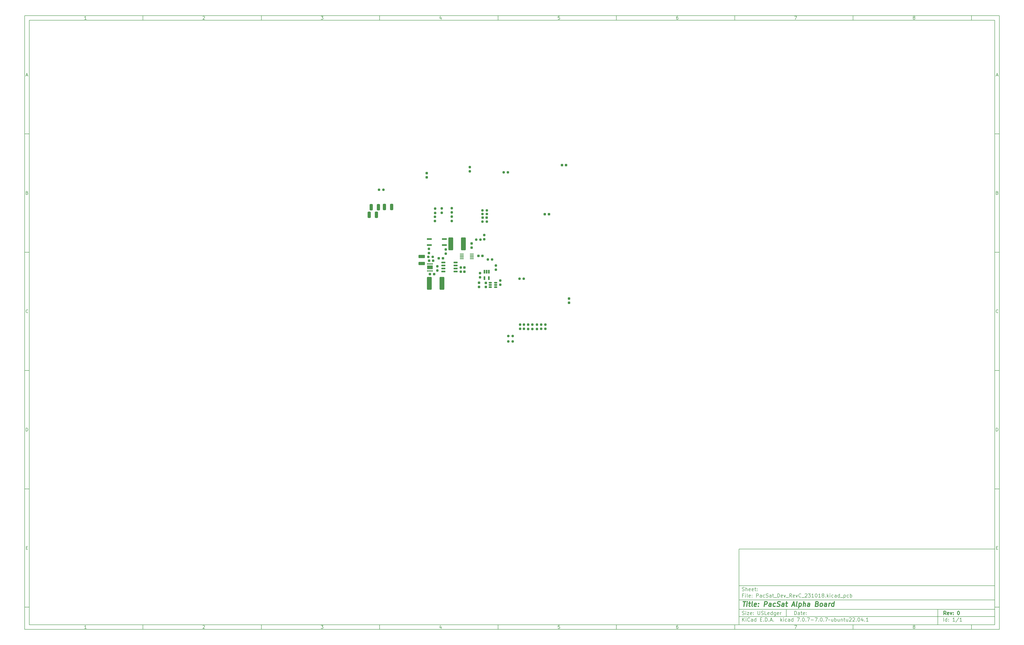
<source format=gbr>
%TF.GenerationSoftware,KiCad,Pcbnew,7.0.7-7.0.7~ubuntu22.04.1*%
%TF.CreationDate,2023-10-26T15:58:48-05:00*%
%TF.ProjectId,PacSat_Dev_RevC_231018,50616353-6174-45f4-9465-765f52657643,0*%
%TF.SameCoordinates,Original*%
%TF.FileFunction,Paste,Bot*%
%TF.FilePolarity,Positive*%
%FSLAX46Y46*%
G04 Gerber Fmt 4.6, Leading zero omitted, Abs format (unit mm)*
G04 Created by KiCad (PCBNEW 7.0.7-7.0.7~ubuntu22.04.1) date 2023-10-26 15:58:48*
%MOMM*%
%LPD*%
G01*
G04 APERTURE LIST*
G04 Aperture macros list*
%AMRoundRect*
0 Rectangle with rounded corners*
0 $1 Rounding radius*
0 $2 $3 $4 $5 $6 $7 $8 $9 X,Y pos of 4 corners*
0 Add a 4 corners polygon primitive as box body*
4,1,4,$2,$3,$4,$5,$6,$7,$8,$9,$2,$3,0*
0 Add four circle primitives for the rounded corners*
1,1,$1+$1,$2,$3*
1,1,$1+$1,$4,$5*
1,1,$1+$1,$6,$7*
1,1,$1+$1,$8,$9*
0 Add four rect primitives between the rounded corners*
20,1,$1+$1,$2,$3,$4,$5,0*
20,1,$1+$1,$4,$5,$6,$7,0*
20,1,$1+$1,$6,$7,$8,$9,0*
20,1,$1+$1,$8,$9,$2,$3,0*%
G04 Aperture macros list end*
%ADD10C,0.100000*%
%ADD11C,0.150000*%
%ADD12C,0.300000*%
%ADD13C,0.400000*%
%ADD14RoundRect,0.237500X-0.250000X-0.237500X0.250000X-0.237500X0.250000X0.237500X-0.250000X0.237500X0*%
%ADD15RoundRect,0.237500X-0.237500X0.250000X-0.237500X-0.250000X0.237500X-0.250000X0.237500X0.250000X0*%
%ADD16RoundRect,0.150000X-0.512500X-0.150000X0.512500X-0.150000X0.512500X0.150000X-0.512500X0.150000X0*%
%ADD17RoundRect,0.249999X-0.737501X-2.450001X0.737501X-2.450001X0.737501X2.450001X-0.737501X2.450001X0*%
%ADD18RoundRect,0.150000X0.725000X0.150000X-0.725000X0.150000X-0.725000X-0.150000X0.725000X-0.150000X0*%
%ADD19RoundRect,0.237500X-0.300000X-0.237500X0.300000X-0.237500X0.300000X0.237500X-0.300000X0.237500X0*%
%ADD20RoundRect,0.237500X-0.237500X0.300000X-0.237500X-0.300000X0.237500X-0.300000X0.237500X0.300000X0*%
%ADD21RoundRect,0.237500X0.250000X0.237500X-0.250000X0.237500X-0.250000X-0.237500X0.250000X-0.237500X0*%
%ADD22RoundRect,0.237500X0.300000X0.237500X-0.300000X0.237500X-0.300000X-0.237500X0.300000X-0.237500X0*%
%ADD23RoundRect,0.249999X0.737501X2.450001X-0.737501X2.450001X-0.737501X-2.450001X0.737501X-2.450001X0*%
%ADD24RoundRect,0.237500X0.237500X-0.250000X0.237500X0.250000X-0.237500X0.250000X-0.237500X-0.250000X0*%
%ADD25RoundRect,0.237500X0.237500X-0.300000X0.237500X0.300000X-0.237500X0.300000X-0.237500X-0.300000X0*%
%ADD26RoundRect,0.100000X0.712500X0.100000X-0.712500X0.100000X-0.712500X-0.100000X0.712500X-0.100000X0*%
%ADD27RoundRect,0.250001X-1.074999X0.462499X-1.074999X-0.462499X1.074999X-0.462499X1.074999X0.462499X0*%
%ADD28R,0.650000X1.560000*%
%ADD29RoundRect,0.250000X0.400000X1.075000X-0.400000X1.075000X-0.400000X-1.075000X0.400000X-1.075000X0*%
%ADD30R,2.000000X0.640000*%
%ADD31RoundRect,0.250000X-0.400000X-1.075000X0.400000X-1.075000X0.400000X1.075000X-0.400000X1.075000X0*%
%ADD32R,2.350000X1.580000*%
%ADD33R,0.300000X0.700000*%
G04 APERTURE END LIST*
D10*
D11*
X311800000Y-235400000D02*
X419800000Y-235400000D01*
X419800000Y-267400000D01*
X311800000Y-267400000D01*
X311800000Y-235400000D01*
D10*
D11*
X10000000Y-10000000D02*
X421800000Y-10000000D01*
X421800000Y-269400000D01*
X10000000Y-269400000D01*
X10000000Y-10000000D01*
D10*
D11*
X12000000Y-12000000D02*
X419800000Y-12000000D01*
X419800000Y-267400000D01*
X12000000Y-267400000D01*
X12000000Y-12000000D01*
D10*
D11*
X60000000Y-12000000D02*
X60000000Y-10000000D01*
D10*
D11*
X110000000Y-12000000D02*
X110000000Y-10000000D01*
D10*
D11*
X160000000Y-12000000D02*
X160000000Y-10000000D01*
D10*
D11*
X210000000Y-12000000D02*
X210000000Y-10000000D01*
D10*
D11*
X260000000Y-12000000D02*
X260000000Y-10000000D01*
D10*
D11*
X310000000Y-12000000D02*
X310000000Y-10000000D01*
D10*
D11*
X360000000Y-12000000D02*
X360000000Y-10000000D01*
D10*
D11*
X410000000Y-12000000D02*
X410000000Y-10000000D01*
D10*
D11*
X36089160Y-11593604D02*
X35346303Y-11593604D01*
X35717731Y-11593604D02*
X35717731Y-10293604D01*
X35717731Y-10293604D02*
X35593922Y-10479319D01*
X35593922Y-10479319D02*
X35470112Y-10603128D01*
X35470112Y-10603128D02*
X35346303Y-10665033D01*
D10*
D11*
X85346303Y-10417414D02*
X85408207Y-10355509D01*
X85408207Y-10355509D02*
X85532017Y-10293604D01*
X85532017Y-10293604D02*
X85841541Y-10293604D01*
X85841541Y-10293604D02*
X85965350Y-10355509D01*
X85965350Y-10355509D02*
X86027255Y-10417414D01*
X86027255Y-10417414D02*
X86089160Y-10541223D01*
X86089160Y-10541223D02*
X86089160Y-10665033D01*
X86089160Y-10665033D02*
X86027255Y-10850747D01*
X86027255Y-10850747D02*
X85284398Y-11593604D01*
X85284398Y-11593604D02*
X86089160Y-11593604D01*
D10*
D11*
X135284398Y-10293604D02*
X136089160Y-10293604D01*
X136089160Y-10293604D02*
X135655826Y-10788842D01*
X135655826Y-10788842D02*
X135841541Y-10788842D01*
X135841541Y-10788842D02*
X135965350Y-10850747D01*
X135965350Y-10850747D02*
X136027255Y-10912652D01*
X136027255Y-10912652D02*
X136089160Y-11036461D01*
X136089160Y-11036461D02*
X136089160Y-11345985D01*
X136089160Y-11345985D02*
X136027255Y-11469795D01*
X136027255Y-11469795D02*
X135965350Y-11531700D01*
X135965350Y-11531700D02*
X135841541Y-11593604D01*
X135841541Y-11593604D02*
X135470112Y-11593604D01*
X135470112Y-11593604D02*
X135346303Y-11531700D01*
X135346303Y-11531700D02*
X135284398Y-11469795D01*
D10*
D11*
X185965350Y-10726938D02*
X185965350Y-11593604D01*
X185655826Y-10231700D02*
X185346303Y-11160271D01*
X185346303Y-11160271D02*
X186151064Y-11160271D01*
D10*
D11*
X236027255Y-10293604D02*
X235408207Y-10293604D01*
X235408207Y-10293604D02*
X235346303Y-10912652D01*
X235346303Y-10912652D02*
X235408207Y-10850747D01*
X235408207Y-10850747D02*
X235532017Y-10788842D01*
X235532017Y-10788842D02*
X235841541Y-10788842D01*
X235841541Y-10788842D02*
X235965350Y-10850747D01*
X235965350Y-10850747D02*
X236027255Y-10912652D01*
X236027255Y-10912652D02*
X236089160Y-11036461D01*
X236089160Y-11036461D02*
X236089160Y-11345985D01*
X236089160Y-11345985D02*
X236027255Y-11469795D01*
X236027255Y-11469795D02*
X235965350Y-11531700D01*
X235965350Y-11531700D02*
X235841541Y-11593604D01*
X235841541Y-11593604D02*
X235532017Y-11593604D01*
X235532017Y-11593604D02*
X235408207Y-11531700D01*
X235408207Y-11531700D02*
X235346303Y-11469795D01*
D10*
D11*
X285965350Y-10293604D02*
X285717731Y-10293604D01*
X285717731Y-10293604D02*
X285593922Y-10355509D01*
X285593922Y-10355509D02*
X285532017Y-10417414D01*
X285532017Y-10417414D02*
X285408207Y-10603128D01*
X285408207Y-10603128D02*
X285346303Y-10850747D01*
X285346303Y-10850747D02*
X285346303Y-11345985D01*
X285346303Y-11345985D02*
X285408207Y-11469795D01*
X285408207Y-11469795D02*
X285470112Y-11531700D01*
X285470112Y-11531700D02*
X285593922Y-11593604D01*
X285593922Y-11593604D02*
X285841541Y-11593604D01*
X285841541Y-11593604D02*
X285965350Y-11531700D01*
X285965350Y-11531700D02*
X286027255Y-11469795D01*
X286027255Y-11469795D02*
X286089160Y-11345985D01*
X286089160Y-11345985D02*
X286089160Y-11036461D01*
X286089160Y-11036461D02*
X286027255Y-10912652D01*
X286027255Y-10912652D02*
X285965350Y-10850747D01*
X285965350Y-10850747D02*
X285841541Y-10788842D01*
X285841541Y-10788842D02*
X285593922Y-10788842D01*
X285593922Y-10788842D02*
X285470112Y-10850747D01*
X285470112Y-10850747D02*
X285408207Y-10912652D01*
X285408207Y-10912652D02*
X285346303Y-11036461D01*
D10*
D11*
X335284398Y-10293604D02*
X336151064Y-10293604D01*
X336151064Y-10293604D02*
X335593922Y-11593604D01*
D10*
D11*
X385593922Y-10850747D02*
X385470112Y-10788842D01*
X385470112Y-10788842D02*
X385408207Y-10726938D01*
X385408207Y-10726938D02*
X385346303Y-10603128D01*
X385346303Y-10603128D02*
X385346303Y-10541223D01*
X385346303Y-10541223D02*
X385408207Y-10417414D01*
X385408207Y-10417414D02*
X385470112Y-10355509D01*
X385470112Y-10355509D02*
X385593922Y-10293604D01*
X385593922Y-10293604D02*
X385841541Y-10293604D01*
X385841541Y-10293604D02*
X385965350Y-10355509D01*
X385965350Y-10355509D02*
X386027255Y-10417414D01*
X386027255Y-10417414D02*
X386089160Y-10541223D01*
X386089160Y-10541223D02*
X386089160Y-10603128D01*
X386089160Y-10603128D02*
X386027255Y-10726938D01*
X386027255Y-10726938D02*
X385965350Y-10788842D01*
X385965350Y-10788842D02*
X385841541Y-10850747D01*
X385841541Y-10850747D02*
X385593922Y-10850747D01*
X385593922Y-10850747D02*
X385470112Y-10912652D01*
X385470112Y-10912652D02*
X385408207Y-10974557D01*
X385408207Y-10974557D02*
X385346303Y-11098366D01*
X385346303Y-11098366D02*
X385346303Y-11345985D01*
X385346303Y-11345985D02*
X385408207Y-11469795D01*
X385408207Y-11469795D02*
X385470112Y-11531700D01*
X385470112Y-11531700D02*
X385593922Y-11593604D01*
X385593922Y-11593604D02*
X385841541Y-11593604D01*
X385841541Y-11593604D02*
X385965350Y-11531700D01*
X385965350Y-11531700D02*
X386027255Y-11469795D01*
X386027255Y-11469795D02*
X386089160Y-11345985D01*
X386089160Y-11345985D02*
X386089160Y-11098366D01*
X386089160Y-11098366D02*
X386027255Y-10974557D01*
X386027255Y-10974557D02*
X385965350Y-10912652D01*
X385965350Y-10912652D02*
X385841541Y-10850747D01*
D10*
D11*
X60000000Y-267400000D02*
X60000000Y-269400000D01*
D10*
D11*
X110000000Y-267400000D02*
X110000000Y-269400000D01*
D10*
D11*
X160000000Y-267400000D02*
X160000000Y-269400000D01*
D10*
D11*
X210000000Y-267400000D02*
X210000000Y-269400000D01*
D10*
D11*
X260000000Y-267400000D02*
X260000000Y-269400000D01*
D10*
D11*
X310000000Y-267400000D02*
X310000000Y-269400000D01*
D10*
D11*
X360000000Y-267400000D02*
X360000000Y-269400000D01*
D10*
D11*
X410000000Y-267400000D02*
X410000000Y-269400000D01*
D10*
D11*
X36089160Y-268993604D02*
X35346303Y-268993604D01*
X35717731Y-268993604D02*
X35717731Y-267693604D01*
X35717731Y-267693604D02*
X35593922Y-267879319D01*
X35593922Y-267879319D02*
X35470112Y-268003128D01*
X35470112Y-268003128D02*
X35346303Y-268065033D01*
D10*
D11*
X85346303Y-267817414D02*
X85408207Y-267755509D01*
X85408207Y-267755509D02*
X85532017Y-267693604D01*
X85532017Y-267693604D02*
X85841541Y-267693604D01*
X85841541Y-267693604D02*
X85965350Y-267755509D01*
X85965350Y-267755509D02*
X86027255Y-267817414D01*
X86027255Y-267817414D02*
X86089160Y-267941223D01*
X86089160Y-267941223D02*
X86089160Y-268065033D01*
X86089160Y-268065033D02*
X86027255Y-268250747D01*
X86027255Y-268250747D02*
X85284398Y-268993604D01*
X85284398Y-268993604D02*
X86089160Y-268993604D01*
D10*
D11*
X135284398Y-267693604D02*
X136089160Y-267693604D01*
X136089160Y-267693604D02*
X135655826Y-268188842D01*
X135655826Y-268188842D02*
X135841541Y-268188842D01*
X135841541Y-268188842D02*
X135965350Y-268250747D01*
X135965350Y-268250747D02*
X136027255Y-268312652D01*
X136027255Y-268312652D02*
X136089160Y-268436461D01*
X136089160Y-268436461D02*
X136089160Y-268745985D01*
X136089160Y-268745985D02*
X136027255Y-268869795D01*
X136027255Y-268869795D02*
X135965350Y-268931700D01*
X135965350Y-268931700D02*
X135841541Y-268993604D01*
X135841541Y-268993604D02*
X135470112Y-268993604D01*
X135470112Y-268993604D02*
X135346303Y-268931700D01*
X135346303Y-268931700D02*
X135284398Y-268869795D01*
D10*
D11*
X185965350Y-268126938D02*
X185965350Y-268993604D01*
X185655826Y-267631700D02*
X185346303Y-268560271D01*
X185346303Y-268560271D02*
X186151064Y-268560271D01*
D10*
D11*
X236027255Y-267693604D02*
X235408207Y-267693604D01*
X235408207Y-267693604D02*
X235346303Y-268312652D01*
X235346303Y-268312652D02*
X235408207Y-268250747D01*
X235408207Y-268250747D02*
X235532017Y-268188842D01*
X235532017Y-268188842D02*
X235841541Y-268188842D01*
X235841541Y-268188842D02*
X235965350Y-268250747D01*
X235965350Y-268250747D02*
X236027255Y-268312652D01*
X236027255Y-268312652D02*
X236089160Y-268436461D01*
X236089160Y-268436461D02*
X236089160Y-268745985D01*
X236089160Y-268745985D02*
X236027255Y-268869795D01*
X236027255Y-268869795D02*
X235965350Y-268931700D01*
X235965350Y-268931700D02*
X235841541Y-268993604D01*
X235841541Y-268993604D02*
X235532017Y-268993604D01*
X235532017Y-268993604D02*
X235408207Y-268931700D01*
X235408207Y-268931700D02*
X235346303Y-268869795D01*
D10*
D11*
X285965350Y-267693604D02*
X285717731Y-267693604D01*
X285717731Y-267693604D02*
X285593922Y-267755509D01*
X285593922Y-267755509D02*
X285532017Y-267817414D01*
X285532017Y-267817414D02*
X285408207Y-268003128D01*
X285408207Y-268003128D02*
X285346303Y-268250747D01*
X285346303Y-268250747D02*
X285346303Y-268745985D01*
X285346303Y-268745985D02*
X285408207Y-268869795D01*
X285408207Y-268869795D02*
X285470112Y-268931700D01*
X285470112Y-268931700D02*
X285593922Y-268993604D01*
X285593922Y-268993604D02*
X285841541Y-268993604D01*
X285841541Y-268993604D02*
X285965350Y-268931700D01*
X285965350Y-268931700D02*
X286027255Y-268869795D01*
X286027255Y-268869795D02*
X286089160Y-268745985D01*
X286089160Y-268745985D02*
X286089160Y-268436461D01*
X286089160Y-268436461D02*
X286027255Y-268312652D01*
X286027255Y-268312652D02*
X285965350Y-268250747D01*
X285965350Y-268250747D02*
X285841541Y-268188842D01*
X285841541Y-268188842D02*
X285593922Y-268188842D01*
X285593922Y-268188842D02*
X285470112Y-268250747D01*
X285470112Y-268250747D02*
X285408207Y-268312652D01*
X285408207Y-268312652D02*
X285346303Y-268436461D01*
D10*
D11*
X335284398Y-267693604D02*
X336151064Y-267693604D01*
X336151064Y-267693604D02*
X335593922Y-268993604D01*
D10*
D11*
X385593922Y-268250747D02*
X385470112Y-268188842D01*
X385470112Y-268188842D02*
X385408207Y-268126938D01*
X385408207Y-268126938D02*
X385346303Y-268003128D01*
X385346303Y-268003128D02*
X385346303Y-267941223D01*
X385346303Y-267941223D02*
X385408207Y-267817414D01*
X385408207Y-267817414D02*
X385470112Y-267755509D01*
X385470112Y-267755509D02*
X385593922Y-267693604D01*
X385593922Y-267693604D02*
X385841541Y-267693604D01*
X385841541Y-267693604D02*
X385965350Y-267755509D01*
X385965350Y-267755509D02*
X386027255Y-267817414D01*
X386027255Y-267817414D02*
X386089160Y-267941223D01*
X386089160Y-267941223D02*
X386089160Y-268003128D01*
X386089160Y-268003128D02*
X386027255Y-268126938D01*
X386027255Y-268126938D02*
X385965350Y-268188842D01*
X385965350Y-268188842D02*
X385841541Y-268250747D01*
X385841541Y-268250747D02*
X385593922Y-268250747D01*
X385593922Y-268250747D02*
X385470112Y-268312652D01*
X385470112Y-268312652D02*
X385408207Y-268374557D01*
X385408207Y-268374557D02*
X385346303Y-268498366D01*
X385346303Y-268498366D02*
X385346303Y-268745985D01*
X385346303Y-268745985D02*
X385408207Y-268869795D01*
X385408207Y-268869795D02*
X385470112Y-268931700D01*
X385470112Y-268931700D02*
X385593922Y-268993604D01*
X385593922Y-268993604D02*
X385841541Y-268993604D01*
X385841541Y-268993604D02*
X385965350Y-268931700D01*
X385965350Y-268931700D02*
X386027255Y-268869795D01*
X386027255Y-268869795D02*
X386089160Y-268745985D01*
X386089160Y-268745985D02*
X386089160Y-268498366D01*
X386089160Y-268498366D02*
X386027255Y-268374557D01*
X386027255Y-268374557D02*
X385965350Y-268312652D01*
X385965350Y-268312652D02*
X385841541Y-268250747D01*
D10*
D11*
X10000000Y-60000000D02*
X12000000Y-60000000D01*
D10*
D11*
X10000000Y-110000000D02*
X12000000Y-110000000D01*
D10*
D11*
X10000000Y-160000000D02*
X12000000Y-160000000D01*
D10*
D11*
X10000000Y-210000000D02*
X12000000Y-210000000D01*
D10*
D11*
X10000000Y-260000000D02*
X12000000Y-260000000D01*
D10*
D11*
X10690476Y-35222176D02*
X11309523Y-35222176D01*
X10566666Y-35593604D02*
X10999999Y-34293604D01*
X10999999Y-34293604D02*
X11433333Y-35593604D01*
D10*
D11*
X11092857Y-84912652D02*
X11278571Y-84974557D01*
X11278571Y-84974557D02*
X11340476Y-85036461D01*
X11340476Y-85036461D02*
X11402380Y-85160271D01*
X11402380Y-85160271D02*
X11402380Y-85345985D01*
X11402380Y-85345985D02*
X11340476Y-85469795D01*
X11340476Y-85469795D02*
X11278571Y-85531700D01*
X11278571Y-85531700D02*
X11154761Y-85593604D01*
X11154761Y-85593604D02*
X10659523Y-85593604D01*
X10659523Y-85593604D02*
X10659523Y-84293604D01*
X10659523Y-84293604D02*
X11092857Y-84293604D01*
X11092857Y-84293604D02*
X11216666Y-84355509D01*
X11216666Y-84355509D02*
X11278571Y-84417414D01*
X11278571Y-84417414D02*
X11340476Y-84541223D01*
X11340476Y-84541223D02*
X11340476Y-84665033D01*
X11340476Y-84665033D02*
X11278571Y-84788842D01*
X11278571Y-84788842D02*
X11216666Y-84850747D01*
X11216666Y-84850747D02*
X11092857Y-84912652D01*
X11092857Y-84912652D02*
X10659523Y-84912652D01*
D10*
D11*
X11402380Y-135469795D02*
X11340476Y-135531700D01*
X11340476Y-135531700D02*
X11154761Y-135593604D01*
X11154761Y-135593604D02*
X11030952Y-135593604D01*
X11030952Y-135593604D02*
X10845238Y-135531700D01*
X10845238Y-135531700D02*
X10721428Y-135407890D01*
X10721428Y-135407890D02*
X10659523Y-135284080D01*
X10659523Y-135284080D02*
X10597619Y-135036461D01*
X10597619Y-135036461D02*
X10597619Y-134850747D01*
X10597619Y-134850747D02*
X10659523Y-134603128D01*
X10659523Y-134603128D02*
X10721428Y-134479319D01*
X10721428Y-134479319D02*
X10845238Y-134355509D01*
X10845238Y-134355509D02*
X11030952Y-134293604D01*
X11030952Y-134293604D02*
X11154761Y-134293604D01*
X11154761Y-134293604D02*
X11340476Y-134355509D01*
X11340476Y-134355509D02*
X11402380Y-134417414D01*
D10*
D11*
X10659523Y-185593604D02*
X10659523Y-184293604D01*
X10659523Y-184293604D02*
X10969047Y-184293604D01*
X10969047Y-184293604D02*
X11154761Y-184355509D01*
X11154761Y-184355509D02*
X11278571Y-184479319D01*
X11278571Y-184479319D02*
X11340476Y-184603128D01*
X11340476Y-184603128D02*
X11402380Y-184850747D01*
X11402380Y-184850747D02*
X11402380Y-185036461D01*
X11402380Y-185036461D02*
X11340476Y-185284080D01*
X11340476Y-185284080D02*
X11278571Y-185407890D01*
X11278571Y-185407890D02*
X11154761Y-185531700D01*
X11154761Y-185531700D02*
X10969047Y-185593604D01*
X10969047Y-185593604D02*
X10659523Y-185593604D01*
D10*
D11*
X10721428Y-234912652D02*
X11154762Y-234912652D01*
X11340476Y-235593604D02*
X10721428Y-235593604D01*
X10721428Y-235593604D02*
X10721428Y-234293604D01*
X10721428Y-234293604D02*
X11340476Y-234293604D01*
D10*
D11*
X421800000Y-60000000D02*
X419800000Y-60000000D01*
D10*
D11*
X421800000Y-110000000D02*
X419800000Y-110000000D01*
D10*
D11*
X421800000Y-160000000D02*
X419800000Y-160000000D01*
D10*
D11*
X421800000Y-210000000D02*
X419800000Y-210000000D01*
D10*
D11*
X421800000Y-260000000D02*
X419800000Y-260000000D01*
D10*
D11*
X420490476Y-35222176D02*
X421109523Y-35222176D01*
X420366666Y-35593604D02*
X420799999Y-34293604D01*
X420799999Y-34293604D02*
X421233333Y-35593604D01*
D10*
D11*
X420892857Y-84912652D02*
X421078571Y-84974557D01*
X421078571Y-84974557D02*
X421140476Y-85036461D01*
X421140476Y-85036461D02*
X421202380Y-85160271D01*
X421202380Y-85160271D02*
X421202380Y-85345985D01*
X421202380Y-85345985D02*
X421140476Y-85469795D01*
X421140476Y-85469795D02*
X421078571Y-85531700D01*
X421078571Y-85531700D02*
X420954761Y-85593604D01*
X420954761Y-85593604D02*
X420459523Y-85593604D01*
X420459523Y-85593604D02*
X420459523Y-84293604D01*
X420459523Y-84293604D02*
X420892857Y-84293604D01*
X420892857Y-84293604D02*
X421016666Y-84355509D01*
X421016666Y-84355509D02*
X421078571Y-84417414D01*
X421078571Y-84417414D02*
X421140476Y-84541223D01*
X421140476Y-84541223D02*
X421140476Y-84665033D01*
X421140476Y-84665033D02*
X421078571Y-84788842D01*
X421078571Y-84788842D02*
X421016666Y-84850747D01*
X421016666Y-84850747D02*
X420892857Y-84912652D01*
X420892857Y-84912652D02*
X420459523Y-84912652D01*
D10*
D11*
X421202380Y-135469795D02*
X421140476Y-135531700D01*
X421140476Y-135531700D02*
X420954761Y-135593604D01*
X420954761Y-135593604D02*
X420830952Y-135593604D01*
X420830952Y-135593604D02*
X420645238Y-135531700D01*
X420645238Y-135531700D02*
X420521428Y-135407890D01*
X420521428Y-135407890D02*
X420459523Y-135284080D01*
X420459523Y-135284080D02*
X420397619Y-135036461D01*
X420397619Y-135036461D02*
X420397619Y-134850747D01*
X420397619Y-134850747D02*
X420459523Y-134603128D01*
X420459523Y-134603128D02*
X420521428Y-134479319D01*
X420521428Y-134479319D02*
X420645238Y-134355509D01*
X420645238Y-134355509D02*
X420830952Y-134293604D01*
X420830952Y-134293604D02*
X420954761Y-134293604D01*
X420954761Y-134293604D02*
X421140476Y-134355509D01*
X421140476Y-134355509D02*
X421202380Y-134417414D01*
D10*
D11*
X420459523Y-185593604D02*
X420459523Y-184293604D01*
X420459523Y-184293604D02*
X420769047Y-184293604D01*
X420769047Y-184293604D02*
X420954761Y-184355509D01*
X420954761Y-184355509D02*
X421078571Y-184479319D01*
X421078571Y-184479319D02*
X421140476Y-184603128D01*
X421140476Y-184603128D02*
X421202380Y-184850747D01*
X421202380Y-184850747D02*
X421202380Y-185036461D01*
X421202380Y-185036461D02*
X421140476Y-185284080D01*
X421140476Y-185284080D02*
X421078571Y-185407890D01*
X421078571Y-185407890D02*
X420954761Y-185531700D01*
X420954761Y-185531700D02*
X420769047Y-185593604D01*
X420769047Y-185593604D02*
X420459523Y-185593604D01*
D10*
D11*
X420521428Y-234912652D02*
X420954762Y-234912652D01*
X421140476Y-235593604D02*
X420521428Y-235593604D01*
X420521428Y-235593604D02*
X420521428Y-234293604D01*
X420521428Y-234293604D02*
X421140476Y-234293604D01*
D10*
D11*
X335255826Y-263186128D02*
X335255826Y-261686128D01*
X335255826Y-261686128D02*
X335612969Y-261686128D01*
X335612969Y-261686128D02*
X335827255Y-261757557D01*
X335827255Y-261757557D02*
X335970112Y-261900414D01*
X335970112Y-261900414D02*
X336041541Y-262043271D01*
X336041541Y-262043271D02*
X336112969Y-262328985D01*
X336112969Y-262328985D02*
X336112969Y-262543271D01*
X336112969Y-262543271D02*
X336041541Y-262828985D01*
X336041541Y-262828985D02*
X335970112Y-262971842D01*
X335970112Y-262971842D02*
X335827255Y-263114700D01*
X335827255Y-263114700D02*
X335612969Y-263186128D01*
X335612969Y-263186128D02*
X335255826Y-263186128D01*
X337398684Y-263186128D02*
X337398684Y-262400414D01*
X337398684Y-262400414D02*
X337327255Y-262257557D01*
X337327255Y-262257557D02*
X337184398Y-262186128D01*
X337184398Y-262186128D02*
X336898684Y-262186128D01*
X336898684Y-262186128D02*
X336755826Y-262257557D01*
X337398684Y-263114700D02*
X337255826Y-263186128D01*
X337255826Y-263186128D02*
X336898684Y-263186128D01*
X336898684Y-263186128D02*
X336755826Y-263114700D01*
X336755826Y-263114700D02*
X336684398Y-262971842D01*
X336684398Y-262971842D02*
X336684398Y-262828985D01*
X336684398Y-262828985D02*
X336755826Y-262686128D01*
X336755826Y-262686128D02*
X336898684Y-262614700D01*
X336898684Y-262614700D02*
X337255826Y-262614700D01*
X337255826Y-262614700D02*
X337398684Y-262543271D01*
X337898684Y-262186128D02*
X338470112Y-262186128D01*
X338112969Y-261686128D02*
X338112969Y-262971842D01*
X338112969Y-262971842D02*
X338184398Y-263114700D01*
X338184398Y-263114700D02*
X338327255Y-263186128D01*
X338327255Y-263186128D02*
X338470112Y-263186128D01*
X339541541Y-263114700D02*
X339398684Y-263186128D01*
X339398684Y-263186128D02*
X339112970Y-263186128D01*
X339112970Y-263186128D02*
X338970112Y-263114700D01*
X338970112Y-263114700D02*
X338898684Y-262971842D01*
X338898684Y-262971842D02*
X338898684Y-262400414D01*
X338898684Y-262400414D02*
X338970112Y-262257557D01*
X338970112Y-262257557D02*
X339112970Y-262186128D01*
X339112970Y-262186128D02*
X339398684Y-262186128D01*
X339398684Y-262186128D02*
X339541541Y-262257557D01*
X339541541Y-262257557D02*
X339612970Y-262400414D01*
X339612970Y-262400414D02*
X339612970Y-262543271D01*
X339612970Y-262543271D02*
X338898684Y-262686128D01*
X340255826Y-263043271D02*
X340327255Y-263114700D01*
X340327255Y-263114700D02*
X340255826Y-263186128D01*
X340255826Y-263186128D02*
X340184398Y-263114700D01*
X340184398Y-263114700D02*
X340255826Y-263043271D01*
X340255826Y-263043271D02*
X340255826Y-263186128D01*
X340255826Y-262257557D02*
X340327255Y-262328985D01*
X340327255Y-262328985D02*
X340255826Y-262400414D01*
X340255826Y-262400414D02*
X340184398Y-262328985D01*
X340184398Y-262328985D02*
X340255826Y-262257557D01*
X340255826Y-262257557D02*
X340255826Y-262400414D01*
D10*
D11*
X311800000Y-263900000D02*
X419800000Y-263900000D01*
D10*
D11*
X313255826Y-265986128D02*
X313255826Y-264486128D01*
X314112969Y-265986128D02*
X313470112Y-265128985D01*
X314112969Y-264486128D02*
X313255826Y-265343271D01*
X314755826Y-265986128D02*
X314755826Y-264986128D01*
X314755826Y-264486128D02*
X314684398Y-264557557D01*
X314684398Y-264557557D02*
X314755826Y-264628985D01*
X314755826Y-264628985D02*
X314827255Y-264557557D01*
X314827255Y-264557557D02*
X314755826Y-264486128D01*
X314755826Y-264486128D02*
X314755826Y-264628985D01*
X316327255Y-265843271D02*
X316255827Y-265914700D01*
X316255827Y-265914700D02*
X316041541Y-265986128D01*
X316041541Y-265986128D02*
X315898684Y-265986128D01*
X315898684Y-265986128D02*
X315684398Y-265914700D01*
X315684398Y-265914700D02*
X315541541Y-265771842D01*
X315541541Y-265771842D02*
X315470112Y-265628985D01*
X315470112Y-265628985D02*
X315398684Y-265343271D01*
X315398684Y-265343271D02*
X315398684Y-265128985D01*
X315398684Y-265128985D02*
X315470112Y-264843271D01*
X315470112Y-264843271D02*
X315541541Y-264700414D01*
X315541541Y-264700414D02*
X315684398Y-264557557D01*
X315684398Y-264557557D02*
X315898684Y-264486128D01*
X315898684Y-264486128D02*
X316041541Y-264486128D01*
X316041541Y-264486128D02*
X316255827Y-264557557D01*
X316255827Y-264557557D02*
X316327255Y-264628985D01*
X317612970Y-265986128D02*
X317612970Y-265200414D01*
X317612970Y-265200414D02*
X317541541Y-265057557D01*
X317541541Y-265057557D02*
X317398684Y-264986128D01*
X317398684Y-264986128D02*
X317112970Y-264986128D01*
X317112970Y-264986128D02*
X316970112Y-265057557D01*
X317612970Y-265914700D02*
X317470112Y-265986128D01*
X317470112Y-265986128D02*
X317112970Y-265986128D01*
X317112970Y-265986128D02*
X316970112Y-265914700D01*
X316970112Y-265914700D02*
X316898684Y-265771842D01*
X316898684Y-265771842D02*
X316898684Y-265628985D01*
X316898684Y-265628985D02*
X316970112Y-265486128D01*
X316970112Y-265486128D02*
X317112970Y-265414700D01*
X317112970Y-265414700D02*
X317470112Y-265414700D01*
X317470112Y-265414700D02*
X317612970Y-265343271D01*
X318970113Y-265986128D02*
X318970113Y-264486128D01*
X318970113Y-265914700D02*
X318827255Y-265986128D01*
X318827255Y-265986128D02*
X318541541Y-265986128D01*
X318541541Y-265986128D02*
X318398684Y-265914700D01*
X318398684Y-265914700D02*
X318327255Y-265843271D01*
X318327255Y-265843271D02*
X318255827Y-265700414D01*
X318255827Y-265700414D02*
X318255827Y-265271842D01*
X318255827Y-265271842D02*
X318327255Y-265128985D01*
X318327255Y-265128985D02*
X318398684Y-265057557D01*
X318398684Y-265057557D02*
X318541541Y-264986128D01*
X318541541Y-264986128D02*
X318827255Y-264986128D01*
X318827255Y-264986128D02*
X318970113Y-265057557D01*
X320827255Y-265200414D02*
X321327255Y-265200414D01*
X321541541Y-265986128D02*
X320827255Y-265986128D01*
X320827255Y-265986128D02*
X320827255Y-264486128D01*
X320827255Y-264486128D02*
X321541541Y-264486128D01*
X322184398Y-265843271D02*
X322255827Y-265914700D01*
X322255827Y-265914700D02*
X322184398Y-265986128D01*
X322184398Y-265986128D02*
X322112970Y-265914700D01*
X322112970Y-265914700D02*
X322184398Y-265843271D01*
X322184398Y-265843271D02*
X322184398Y-265986128D01*
X322898684Y-265986128D02*
X322898684Y-264486128D01*
X322898684Y-264486128D02*
X323255827Y-264486128D01*
X323255827Y-264486128D02*
X323470113Y-264557557D01*
X323470113Y-264557557D02*
X323612970Y-264700414D01*
X323612970Y-264700414D02*
X323684399Y-264843271D01*
X323684399Y-264843271D02*
X323755827Y-265128985D01*
X323755827Y-265128985D02*
X323755827Y-265343271D01*
X323755827Y-265343271D02*
X323684399Y-265628985D01*
X323684399Y-265628985D02*
X323612970Y-265771842D01*
X323612970Y-265771842D02*
X323470113Y-265914700D01*
X323470113Y-265914700D02*
X323255827Y-265986128D01*
X323255827Y-265986128D02*
X322898684Y-265986128D01*
X324398684Y-265843271D02*
X324470113Y-265914700D01*
X324470113Y-265914700D02*
X324398684Y-265986128D01*
X324398684Y-265986128D02*
X324327256Y-265914700D01*
X324327256Y-265914700D02*
X324398684Y-265843271D01*
X324398684Y-265843271D02*
X324398684Y-265986128D01*
X325041542Y-265557557D02*
X325755828Y-265557557D01*
X324898685Y-265986128D02*
X325398685Y-264486128D01*
X325398685Y-264486128D02*
X325898685Y-265986128D01*
X326398684Y-265843271D02*
X326470113Y-265914700D01*
X326470113Y-265914700D02*
X326398684Y-265986128D01*
X326398684Y-265986128D02*
X326327256Y-265914700D01*
X326327256Y-265914700D02*
X326398684Y-265843271D01*
X326398684Y-265843271D02*
X326398684Y-265986128D01*
X329398684Y-265986128D02*
X329398684Y-264486128D01*
X329541542Y-265414700D02*
X329970113Y-265986128D01*
X329970113Y-264986128D02*
X329398684Y-265557557D01*
X330612970Y-265986128D02*
X330612970Y-264986128D01*
X330612970Y-264486128D02*
X330541542Y-264557557D01*
X330541542Y-264557557D02*
X330612970Y-264628985D01*
X330612970Y-264628985D02*
X330684399Y-264557557D01*
X330684399Y-264557557D02*
X330612970Y-264486128D01*
X330612970Y-264486128D02*
X330612970Y-264628985D01*
X331970114Y-265914700D02*
X331827256Y-265986128D01*
X331827256Y-265986128D02*
X331541542Y-265986128D01*
X331541542Y-265986128D02*
X331398685Y-265914700D01*
X331398685Y-265914700D02*
X331327256Y-265843271D01*
X331327256Y-265843271D02*
X331255828Y-265700414D01*
X331255828Y-265700414D02*
X331255828Y-265271842D01*
X331255828Y-265271842D02*
X331327256Y-265128985D01*
X331327256Y-265128985D02*
X331398685Y-265057557D01*
X331398685Y-265057557D02*
X331541542Y-264986128D01*
X331541542Y-264986128D02*
X331827256Y-264986128D01*
X331827256Y-264986128D02*
X331970114Y-265057557D01*
X333255828Y-265986128D02*
X333255828Y-265200414D01*
X333255828Y-265200414D02*
X333184399Y-265057557D01*
X333184399Y-265057557D02*
X333041542Y-264986128D01*
X333041542Y-264986128D02*
X332755828Y-264986128D01*
X332755828Y-264986128D02*
X332612970Y-265057557D01*
X333255828Y-265914700D02*
X333112970Y-265986128D01*
X333112970Y-265986128D02*
X332755828Y-265986128D01*
X332755828Y-265986128D02*
X332612970Y-265914700D01*
X332612970Y-265914700D02*
X332541542Y-265771842D01*
X332541542Y-265771842D02*
X332541542Y-265628985D01*
X332541542Y-265628985D02*
X332612970Y-265486128D01*
X332612970Y-265486128D02*
X332755828Y-265414700D01*
X332755828Y-265414700D02*
X333112970Y-265414700D01*
X333112970Y-265414700D02*
X333255828Y-265343271D01*
X334612971Y-265986128D02*
X334612971Y-264486128D01*
X334612971Y-265914700D02*
X334470113Y-265986128D01*
X334470113Y-265986128D02*
X334184399Y-265986128D01*
X334184399Y-265986128D02*
X334041542Y-265914700D01*
X334041542Y-265914700D02*
X333970113Y-265843271D01*
X333970113Y-265843271D02*
X333898685Y-265700414D01*
X333898685Y-265700414D02*
X333898685Y-265271842D01*
X333898685Y-265271842D02*
X333970113Y-265128985D01*
X333970113Y-265128985D02*
X334041542Y-265057557D01*
X334041542Y-265057557D02*
X334184399Y-264986128D01*
X334184399Y-264986128D02*
X334470113Y-264986128D01*
X334470113Y-264986128D02*
X334612971Y-265057557D01*
X336327256Y-264486128D02*
X337327256Y-264486128D01*
X337327256Y-264486128D02*
X336684399Y-265986128D01*
X337898684Y-265843271D02*
X337970113Y-265914700D01*
X337970113Y-265914700D02*
X337898684Y-265986128D01*
X337898684Y-265986128D02*
X337827256Y-265914700D01*
X337827256Y-265914700D02*
X337898684Y-265843271D01*
X337898684Y-265843271D02*
X337898684Y-265986128D01*
X338898685Y-264486128D02*
X339041542Y-264486128D01*
X339041542Y-264486128D02*
X339184399Y-264557557D01*
X339184399Y-264557557D02*
X339255828Y-264628985D01*
X339255828Y-264628985D02*
X339327256Y-264771842D01*
X339327256Y-264771842D02*
X339398685Y-265057557D01*
X339398685Y-265057557D02*
X339398685Y-265414700D01*
X339398685Y-265414700D02*
X339327256Y-265700414D01*
X339327256Y-265700414D02*
X339255828Y-265843271D01*
X339255828Y-265843271D02*
X339184399Y-265914700D01*
X339184399Y-265914700D02*
X339041542Y-265986128D01*
X339041542Y-265986128D02*
X338898685Y-265986128D01*
X338898685Y-265986128D02*
X338755828Y-265914700D01*
X338755828Y-265914700D02*
X338684399Y-265843271D01*
X338684399Y-265843271D02*
X338612970Y-265700414D01*
X338612970Y-265700414D02*
X338541542Y-265414700D01*
X338541542Y-265414700D02*
X338541542Y-265057557D01*
X338541542Y-265057557D02*
X338612970Y-264771842D01*
X338612970Y-264771842D02*
X338684399Y-264628985D01*
X338684399Y-264628985D02*
X338755828Y-264557557D01*
X338755828Y-264557557D02*
X338898685Y-264486128D01*
X340041541Y-265843271D02*
X340112970Y-265914700D01*
X340112970Y-265914700D02*
X340041541Y-265986128D01*
X340041541Y-265986128D02*
X339970113Y-265914700D01*
X339970113Y-265914700D02*
X340041541Y-265843271D01*
X340041541Y-265843271D02*
X340041541Y-265986128D01*
X340612970Y-264486128D02*
X341612970Y-264486128D01*
X341612970Y-264486128D02*
X340970113Y-265986128D01*
X342184398Y-265414700D02*
X343327256Y-265414700D01*
X343898684Y-264486128D02*
X344898684Y-264486128D01*
X344898684Y-264486128D02*
X344255827Y-265986128D01*
X345470112Y-265843271D02*
X345541541Y-265914700D01*
X345541541Y-265914700D02*
X345470112Y-265986128D01*
X345470112Y-265986128D02*
X345398684Y-265914700D01*
X345398684Y-265914700D02*
X345470112Y-265843271D01*
X345470112Y-265843271D02*
X345470112Y-265986128D01*
X346470113Y-264486128D02*
X346612970Y-264486128D01*
X346612970Y-264486128D02*
X346755827Y-264557557D01*
X346755827Y-264557557D02*
X346827256Y-264628985D01*
X346827256Y-264628985D02*
X346898684Y-264771842D01*
X346898684Y-264771842D02*
X346970113Y-265057557D01*
X346970113Y-265057557D02*
X346970113Y-265414700D01*
X346970113Y-265414700D02*
X346898684Y-265700414D01*
X346898684Y-265700414D02*
X346827256Y-265843271D01*
X346827256Y-265843271D02*
X346755827Y-265914700D01*
X346755827Y-265914700D02*
X346612970Y-265986128D01*
X346612970Y-265986128D02*
X346470113Y-265986128D01*
X346470113Y-265986128D02*
X346327256Y-265914700D01*
X346327256Y-265914700D02*
X346255827Y-265843271D01*
X346255827Y-265843271D02*
X346184398Y-265700414D01*
X346184398Y-265700414D02*
X346112970Y-265414700D01*
X346112970Y-265414700D02*
X346112970Y-265057557D01*
X346112970Y-265057557D02*
X346184398Y-264771842D01*
X346184398Y-264771842D02*
X346255827Y-264628985D01*
X346255827Y-264628985D02*
X346327256Y-264557557D01*
X346327256Y-264557557D02*
X346470113Y-264486128D01*
X347612969Y-265843271D02*
X347684398Y-265914700D01*
X347684398Y-265914700D02*
X347612969Y-265986128D01*
X347612969Y-265986128D02*
X347541541Y-265914700D01*
X347541541Y-265914700D02*
X347612969Y-265843271D01*
X347612969Y-265843271D02*
X347612969Y-265986128D01*
X348184398Y-264486128D02*
X349184398Y-264486128D01*
X349184398Y-264486128D02*
X348541541Y-265986128D01*
X349541541Y-265414700D02*
X349612969Y-265343271D01*
X349612969Y-265343271D02*
X349755826Y-265271842D01*
X349755826Y-265271842D02*
X350041541Y-265414700D01*
X350041541Y-265414700D02*
X350184398Y-265343271D01*
X350184398Y-265343271D02*
X350255826Y-265271842D01*
X351470113Y-264986128D02*
X351470113Y-265986128D01*
X350827255Y-264986128D02*
X350827255Y-265771842D01*
X350827255Y-265771842D02*
X350898684Y-265914700D01*
X350898684Y-265914700D02*
X351041541Y-265986128D01*
X351041541Y-265986128D02*
X351255827Y-265986128D01*
X351255827Y-265986128D02*
X351398684Y-265914700D01*
X351398684Y-265914700D02*
X351470113Y-265843271D01*
X352184398Y-265986128D02*
X352184398Y-264486128D01*
X352184398Y-265057557D02*
X352327256Y-264986128D01*
X352327256Y-264986128D02*
X352612970Y-264986128D01*
X352612970Y-264986128D02*
X352755827Y-265057557D01*
X352755827Y-265057557D02*
X352827256Y-265128985D01*
X352827256Y-265128985D02*
X352898684Y-265271842D01*
X352898684Y-265271842D02*
X352898684Y-265700414D01*
X352898684Y-265700414D02*
X352827256Y-265843271D01*
X352827256Y-265843271D02*
X352755827Y-265914700D01*
X352755827Y-265914700D02*
X352612970Y-265986128D01*
X352612970Y-265986128D02*
X352327256Y-265986128D01*
X352327256Y-265986128D02*
X352184398Y-265914700D01*
X354184399Y-264986128D02*
X354184399Y-265986128D01*
X353541541Y-264986128D02*
X353541541Y-265771842D01*
X353541541Y-265771842D02*
X353612970Y-265914700D01*
X353612970Y-265914700D02*
X353755827Y-265986128D01*
X353755827Y-265986128D02*
X353970113Y-265986128D01*
X353970113Y-265986128D02*
X354112970Y-265914700D01*
X354112970Y-265914700D02*
X354184399Y-265843271D01*
X354898684Y-264986128D02*
X354898684Y-265986128D01*
X354898684Y-265128985D02*
X354970113Y-265057557D01*
X354970113Y-265057557D02*
X355112970Y-264986128D01*
X355112970Y-264986128D02*
X355327256Y-264986128D01*
X355327256Y-264986128D02*
X355470113Y-265057557D01*
X355470113Y-265057557D02*
X355541542Y-265200414D01*
X355541542Y-265200414D02*
X355541542Y-265986128D01*
X356041542Y-264986128D02*
X356612970Y-264986128D01*
X356255827Y-264486128D02*
X356255827Y-265771842D01*
X356255827Y-265771842D02*
X356327256Y-265914700D01*
X356327256Y-265914700D02*
X356470113Y-265986128D01*
X356470113Y-265986128D02*
X356612970Y-265986128D01*
X357755828Y-264986128D02*
X357755828Y-265986128D01*
X357112970Y-264986128D02*
X357112970Y-265771842D01*
X357112970Y-265771842D02*
X357184399Y-265914700D01*
X357184399Y-265914700D02*
X357327256Y-265986128D01*
X357327256Y-265986128D02*
X357541542Y-265986128D01*
X357541542Y-265986128D02*
X357684399Y-265914700D01*
X357684399Y-265914700D02*
X357755828Y-265843271D01*
X358398685Y-264628985D02*
X358470113Y-264557557D01*
X358470113Y-264557557D02*
X358612971Y-264486128D01*
X358612971Y-264486128D02*
X358970113Y-264486128D01*
X358970113Y-264486128D02*
X359112971Y-264557557D01*
X359112971Y-264557557D02*
X359184399Y-264628985D01*
X359184399Y-264628985D02*
X359255828Y-264771842D01*
X359255828Y-264771842D02*
X359255828Y-264914700D01*
X359255828Y-264914700D02*
X359184399Y-265128985D01*
X359184399Y-265128985D02*
X358327256Y-265986128D01*
X358327256Y-265986128D02*
X359255828Y-265986128D01*
X359827256Y-264628985D02*
X359898684Y-264557557D01*
X359898684Y-264557557D02*
X360041542Y-264486128D01*
X360041542Y-264486128D02*
X360398684Y-264486128D01*
X360398684Y-264486128D02*
X360541542Y-264557557D01*
X360541542Y-264557557D02*
X360612970Y-264628985D01*
X360612970Y-264628985D02*
X360684399Y-264771842D01*
X360684399Y-264771842D02*
X360684399Y-264914700D01*
X360684399Y-264914700D02*
X360612970Y-265128985D01*
X360612970Y-265128985D02*
X359755827Y-265986128D01*
X359755827Y-265986128D02*
X360684399Y-265986128D01*
X361327255Y-265843271D02*
X361398684Y-265914700D01*
X361398684Y-265914700D02*
X361327255Y-265986128D01*
X361327255Y-265986128D02*
X361255827Y-265914700D01*
X361255827Y-265914700D02*
X361327255Y-265843271D01*
X361327255Y-265843271D02*
X361327255Y-265986128D01*
X362327256Y-264486128D02*
X362470113Y-264486128D01*
X362470113Y-264486128D02*
X362612970Y-264557557D01*
X362612970Y-264557557D02*
X362684399Y-264628985D01*
X362684399Y-264628985D02*
X362755827Y-264771842D01*
X362755827Y-264771842D02*
X362827256Y-265057557D01*
X362827256Y-265057557D02*
X362827256Y-265414700D01*
X362827256Y-265414700D02*
X362755827Y-265700414D01*
X362755827Y-265700414D02*
X362684399Y-265843271D01*
X362684399Y-265843271D02*
X362612970Y-265914700D01*
X362612970Y-265914700D02*
X362470113Y-265986128D01*
X362470113Y-265986128D02*
X362327256Y-265986128D01*
X362327256Y-265986128D02*
X362184399Y-265914700D01*
X362184399Y-265914700D02*
X362112970Y-265843271D01*
X362112970Y-265843271D02*
X362041541Y-265700414D01*
X362041541Y-265700414D02*
X361970113Y-265414700D01*
X361970113Y-265414700D02*
X361970113Y-265057557D01*
X361970113Y-265057557D02*
X362041541Y-264771842D01*
X362041541Y-264771842D02*
X362112970Y-264628985D01*
X362112970Y-264628985D02*
X362184399Y-264557557D01*
X362184399Y-264557557D02*
X362327256Y-264486128D01*
X364112970Y-264986128D02*
X364112970Y-265986128D01*
X363755827Y-264414700D02*
X363398684Y-265486128D01*
X363398684Y-265486128D02*
X364327255Y-265486128D01*
X364898683Y-265843271D02*
X364970112Y-265914700D01*
X364970112Y-265914700D02*
X364898683Y-265986128D01*
X364898683Y-265986128D02*
X364827255Y-265914700D01*
X364827255Y-265914700D02*
X364898683Y-265843271D01*
X364898683Y-265843271D02*
X364898683Y-265986128D01*
X366398684Y-265986128D02*
X365541541Y-265986128D01*
X365970112Y-265986128D02*
X365970112Y-264486128D01*
X365970112Y-264486128D02*
X365827255Y-264700414D01*
X365827255Y-264700414D02*
X365684398Y-264843271D01*
X365684398Y-264843271D02*
X365541541Y-264914700D01*
D10*
D11*
X311800000Y-260900000D02*
X419800000Y-260900000D01*
D10*
D12*
X399211653Y-263178328D02*
X398711653Y-262464042D01*
X398354510Y-263178328D02*
X398354510Y-261678328D01*
X398354510Y-261678328D02*
X398925939Y-261678328D01*
X398925939Y-261678328D02*
X399068796Y-261749757D01*
X399068796Y-261749757D02*
X399140225Y-261821185D01*
X399140225Y-261821185D02*
X399211653Y-261964042D01*
X399211653Y-261964042D02*
X399211653Y-262178328D01*
X399211653Y-262178328D02*
X399140225Y-262321185D01*
X399140225Y-262321185D02*
X399068796Y-262392614D01*
X399068796Y-262392614D02*
X398925939Y-262464042D01*
X398925939Y-262464042D02*
X398354510Y-262464042D01*
X400425939Y-263106900D02*
X400283082Y-263178328D01*
X400283082Y-263178328D02*
X399997368Y-263178328D01*
X399997368Y-263178328D02*
X399854510Y-263106900D01*
X399854510Y-263106900D02*
X399783082Y-262964042D01*
X399783082Y-262964042D02*
X399783082Y-262392614D01*
X399783082Y-262392614D02*
X399854510Y-262249757D01*
X399854510Y-262249757D02*
X399997368Y-262178328D01*
X399997368Y-262178328D02*
X400283082Y-262178328D01*
X400283082Y-262178328D02*
X400425939Y-262249757D01*
X400425939Y-262249757D02*
X400497368Y-262392614D01*
X400497368Y-262392614D02*
X400497368Y-262535471D01*
X400497368Y-262535471D02*
X399783082Y-262678328D01*
X400997367Y-262178328D02*
X401354510Y-263178328D01*
X401354510Y-263178328D02*
X401711653Y-262178328D01*
X402283081Y-263035471D02*
X402354510Y-263106900D01*
X402354510Y-263106900D02*
X402283081Y-263178328D01*
X402283081Y-263178328D02*
X402211653Y-263106900D01*
X402211653Y-263106900D02*
X402283081Y-263035471D01*
X402283081Y-263035471D02*
X402283081Y-263178328D01*
X402283081Y-262249757D02*
X402354510Y-262321185D01*
X402354510Y-262321185D02*
X402283081Y-262392614D01*
X402283081Y-262392614D02*
X402211653Y-262321185D01*
X402211653Y-262321185D02*
X402283081Y-262249757D01*
X402283081Y-262249757D02*
X402283081Y-262392614D01*
X404425939Y-261678328D02*
X404568796Y-261678328D01*
X404568796Y-261678328D02*
X404711653Y-261749757D01*
X404711653Y-261749757D02*
X404783082Y-261821185D01*
X404783082Y-261821185D02*
X404854510Y-261964042D01*
X404854510Y-261964042D02*
X404925939Y-262249757D01*
X404925939Y-262249757D02*
X404925939Y-262606900D01*
X404925939Y-262606900D02*
X404854510Y-262892614D01*
X404854510Y-262892614D02*
X404783082Y-263035471D01*
X404783082Y-263035471D02*
X404711653Y-263106900D01*
X404711653Y-263106900D02*
X404568796Y-263178328D01*
X404568796Y-263178328D02*
X404425939Y-263178328D01*
X404425939Y-263178328D02*
X404283082Y-263106900D01*
X404283082Y-263106900D02*
X404211653Y-263035471D01*
X404211653Y-263035471D02*
X404140224Y-262892614D01*
X404140224Y-262892614D02*
X404068796Y-262606900D01*
X404068796Y-262606900D02*
X404068796Y-262249757D01*
X404068796Y-262249757D02*
X404140224Y-261964042D01*
X404140224Y-261964042D02*
X404211653Y-261821185D01*
X404211653Y-261821185D02*
X404283082Y-261749757D01*
X404283082Y-261749757D02*
X404425939Y-261678328D01*
D10*
D11*
X313184398Y-263114700D02*
X313398684Y-263186128D01*
X313398684Y-263186128D02*
X313755826Y-263186128D01*
X313755826Y-263186128D02*
X313898684Y-263114700D01*
X313898684Y-263114700D02*
X313970112Y-263043271D01*
X313970112Y-263043271D02*
X314041541Y-262900414D01*
X314041541Y-262900414D02*
X314041541Y-262757557D01*
X314041541Y-262757557D02*
X313970112Y-262614700D01*
X313970112Y-262614700D02*
X313898684Y-262543271D01*
X313898684Y-262543271D02*
X313755826Y-262471842D01*
X313755826Y-262471842D02*
X313470112Y-262400414D01*
X313470112Y-262400414D02*
X313327255Y-262328985D01*
X313327255Y-262328985D02*
X313255826Y-262257557D01*
X313255826Y-262257557D02*
X313184398Y-262114700D01*
X313184398Y-262114700D02*
X313184398Y-261971842D01*
X313184398Y-261971842D02*
X313255826Y-261828985D01*
X313255826Y-261828985D02*
X313327255Y-261757557D01*
X313327255Y-261757557D02*
X313470112Y-261686128D01*
X313470112Y-261686128D02*
X313827255Y-261686128D01*
X313827255Y-261686128D02*
X314041541Y-261757557D01*
X314684397Y-263186128D02*
X314684397Y-262186128D01*
X314684397Y-261686128D02*
X314612969Y-261757557D01*
X314612969Y-261757557D02*
X314684397Y-261828985D01*
X314684397Y-261828985D02*
X314755826Y-261757557D01*
X314755826Y-261757557D02*
X314684397Y-261686128D01*
X314684397Y-261686128D02*
X314684397Y-261828985D01*
X315255826Y-262186128D02*
X316041541Y-262186128D01*
X316041541Y-262186128D02*
X315255826Y-263186128D01*
X315255826Y-263186128D02*
X316041541Y-263186128D01*
X317184398Y-263114700D02*
X317041541Y-263186128D01*
X317041541Y-263186128D02*
X316755827Y-263186128D01*
X316755827Y-263186128D02*
X316612969Y-263114700D01*
X316612969Y-263114700D02*
X316541541Y-262971842D01*
X316541541Y-262971842D02*
X316541541Y-262400414D01*
X316541541Y-262400414D02*
X316612969Y-262257557D01*
X316612969Y-262257557D02*
X316755827Y-262186128D01*
X316755827Y-262186128D02*
X317041541Y-262186128D01*
X317041541Y-262186128D02*
X317184398Y-262257557D01*
X317184398Y-262257557D02*
X317255827Y-262400414D01*
X317255827Y-262400414D02*
X317255827Y-262543271D01*
X317255827Y-262543271D02*
X316541541Y-262686128D01*
X317898683Y-263043271D02*
X317970112Y-263114700D01*
X317970112Y-263114700D02*
X317898683Y-263186128D01*
X317898683Y-263186128D02*
X317827255Y-263114700D01*
X317827255Y-263114700D02*
X317898683Y-263043271D01*
X317898683Y-263043271D02*
X317898683Y-263186128D01*
X317898683Y-262257557D02*
X317970112Y-262328985D01*
X317970112Y-262328985D02*
X317898683Y-262400414D01*
X317898683Y-262400414D02*
X317827255Y-262328985D01*
X317827255Y-262328985D02*
X317898683Y-262257557D01*
X317898683Y-262257557D02*
X317898683Y-262400414D01*
X319755826Y-261686128D02*
X319755826Y-262900414D01*
X319755826Y-262900414D02*
X319827255Y-263043271D01*
X319827255Y-263043271D02*
X319898684Y-263114700D01*
X319898684Y-263114700D02*
X320041541Y-263186128D01*
X320041541Y-263186128D02*
X320327255Y-263186128D01*
X320327255Y-263186128D02*
X320470112Y-263114700D01*
X320470112Y-263114700D02*
X320541541Y-263043271D01*
X320541541Y-263043271D02*
X320612969Y-262900414D01*
X320612969Y-262900414D02*
X320612969Y-261686128D01*
X321255827Y-263114700D02*
X321470113Y-263186128D01*
X321470113Y-263186128D02*
X321827255Y-263186128D01*
X321827255Y-263186128D02*
X321970113Y-263114700D01*
X321970113Y-263114700D02*
X322041541Y-263043271D01*
X322041541Y-263043271D02*
X322112970Y-262900414D01*
X322112970Y-262900414D02*
X322112970Y-262757557D01*
X322112970Y-262757557D02*
X322041541Y-262614700D01*
X322041541Y-262614700D02*
X321970113Y-262543271D01*
X321970113Y-262543271D02*
X321827255Y-262471842D01*
X321827255Y-262471842D02*
X321541541Y-262400414D01*
X321541541Y-262400414D02*
X321398684Y-262328985D01*
X321398684Y-262328985D02*
X321327255Y-262257557D01*
X321327255Y-262257557D02*
X321255827Y-262114700D01*
X321255827Y-262114700D02*
X321255827Y-261971842D01*
X321255827Y-261971842D02*
X321327255Y-261828985D01*
X321327255Y-261828985D02*
X321398684Y-261757557D01*
X321398684Y-261757557D02*
X321541541Y-261686128D01*
X321541541Y-261686128D02*
X321898684Y-261686128D01*
X321898684Y-261686128D02*
X322112970Y-261757557D01*
X323470112Y-263186128D02*
X322755826Y-263186128D01*
X322755826Y-263186128D02*
X322755826Y-261686128D01*
X324541541Y-263114700D02*
X324398684Y-263186128D01*
X324398684Y-263186128D02*
X324112970Y-263186128D01*
X324112970Y-263186128D02*
X323970112Y-263114700D01*
X323970112Y-263114700D02*
X323898684Y-262971842D01*
X323898684Y-262971842D02*
X323898684Y-262400414D01*
X323898684Y-262400414D02*
X323970112Y-262257557D01*
X323970112Y-262257557D02*
X324112970Y-262186128D01*
X324112970Y-262186128D02*
X324398684Y-262186128D01*
X324398684Y-262186128D02*
X324541541Y-262257557D01*
X324541541Y-262257557D02*
X324612970Y-262400414D01*
X324612970Y-262400414D02*
X324612970Y-262543271D01*
X324612970Y-262543271D02*
X323898684Y-262686128D01*
X325898684Y-263186128D02*
X325898684Y-261686128D01*
X325898684Y-263114700D02*
X325755826Y-263186128D01*
X325755826Y-263186128D02*
X325470112Y-263186128D01*
X325470112Y-263186128D02*
X325327255Y-263114700D01*
X325327255Y-263114700D02*
X325255826Y-263043271D01*
X325255826Y-263043271D02*
X325184398Y-262900414D01*
X325184398Y-262900414D02*
X325184398Y-262471842D01*
X325184398Y-262471842D02*
X325255826Y-262328985D01*
X325255826Y-262328985D02*
X325327255Y-262257557D01*
X325327255Y-262257557D02*
X325470112Y-262186128D01*
X325470112Y-262186128D02*
X325755826Y-262186128D01*
X325755826Y-262186128D02*
X325898684Y-262257557D01*
X327255827Y-262186128D02*
X327255827Y-263400414D01*
X327255827Y-263400414D02*
X327184398Y-263543271D01*
X327184398Y-263543271D02*
X327112969Y-263614700D01*
X327112969Y-263614700D02*
X326970112Y-263686128D01*
X326970112Y-263686128D02*
X326755827Y-263686128D01*
X326755827Y-263686128D02*
X326612969Y-263614700D01*
X327255827Y-263114700D02*
X327112969Y-263186128D01*
X327112969Y-263186128D02*
X326827255Y-263186128D01*
X326827255Y-263186128D02*
X326684398Y-263114700D01*
X326684398Y-263114700D02*
X326612969Y-263043271D01*
X326612969Y-263043271D02*
X326541541Y-262900414D01*
X326541541Y-262900414D02*
X326541541Y-262471842D01*
X326541541Y-262471842D02*
X326612969Y-262328985D01*
X326612969Y-262328985D02*
X326684398Y-262257557D01*
X326684398Y-262257557D02*
X326827255Y-262186128D01*
X326827255Y-262186128D02*
X327112969Y-262186128D01*
X327112969Y-262186128D02*
X327255827Y-262257557D01*
X328541541Y-263114700D02*
X328398684Y-263186128D01*
X328398684Y-263186128D02*
X328112970Y-263186128D01*
X328112970Y-263186128D02*
X327970112Y-263114700D01*
X327970112Y-263114700D02*
X327898684Y-262971842D01*
X327898684Y-262971842D02*
X327898684Y-262400414D01*
X327898684Y-262400414D02*
X327970112Y-262257557D01*
X327970112Y-262257557D02*
X328112970Y-262186128D01*
X328112970Y-262186128D02*
X328398684Y-262186128D01*
X328398684Y-262186128D02*
X328541541Y-262257557D01*
X328541541Y-262257557D02*
X328612970Y-262400414D01*
X328612970Y-262400414D02*
X328612970Y-262543271D01*
X328612970Y-262543271D02*
X327898684Y-262686128D01*
X329255826Y-263186128D02*
X329255826Y-262186128D01*
X329255826Y-262471842D02*
X329327255Y-262328985D01*
X329327255Y-262328985D02*
X329398684Y-262257557D01*
X329398684Y-262257557D02*
X329541541Y-262186128D01*
X329541541Y-262186128D02*
X329684398Y-262186128D01*
D10*
D11*
X398255826Y-265986128D02*
X398255826Y-264486128D01*
X399612970Y-265986128D02*
X399612970Y-264486128D01*
X399612970Y-265914700D02*
X399470112Y-265986128D01*
X399470112Y-265986128D02*
X399184398Y-265986128D01*
X399184398Y-265986128D02*
X399041541Y-265914700D01*
X399041541Y-265914700D02*
X398970112Y-265843271D01*
X398970112Y-265843271D02*
X398898684Y-265700414D01*
X398898684Y-265700414D02*
X398898684Y-265271842D01*
X398898684Y-265271842D02*
X398970112Y-265128985D01*
X398970112Y-265128985D02*
X399041541Y-265057557D01*
X399041541Y-265057557D02*
X399184398Y-264986128D01*
X399184398Y-264986128D02*
X399470112Y-264986128D01*
X399470112Y-264986128D02*
X399612970Y-265057557D01*
X400327255Y-265843271D02*
X400398684Y-265914700D01*
X400398684Y-265914700D02*
X400327255Y-265986128D01*
X400327255Y-265986128D02*
X400255827Y-265914700D01*
X400255827Y-265914700D02*
X400327255Y-265843271D01*
X400327255Y-265843271D02*
X400327255Y-265986128D01*
X400327255Y-265057557D02*
X400398684Y-265128985D01*
X400398684Y-265128985D02*
X400327255Y-265200414D01*
X400327255Y-265200414D02*
X400255827Y-265128985D01*
X400255827Y-265128985D02*
X400327255Y-265057557D01*
X400327255Y-265057557D02*
X400327255Y-265200414D01*
X402970113Y-265986128D02*
X402112970Y-265986128D01*
X402541541Y-265986128D02*
X402541541Y-264486128D01*
X402541541Y-264486128D02*
X402398684Y-264700414D01*
X402398684Y-264700414D02*
X402255827Y-264843271D01*
X402255827Y-264843271D02*
X402112970Y-264914700D01*
X404684398Y-264414700D02*
X403398684Y-266343271D01*
X405970113Y-265986128D02*
X405112970Y-265986128D01*
X405541541Y-265986128D02*
X405541541Y-264486128D01*
X405541541Y-264486128D02*
X405398684Y-264700414D01*
X405398684Y-264700414D02*
X405255827Y-264843271D01*
X405255827Y-264843271D02*
X405112970Y-264914700D01*
D10*
D11*
X311800000Y-256900000D02*
X419800000Y-256900000D01*
D10*
D13*
X313491728Y-257604438D02*
X314634585Y-257604438D01*
X313813157Y-259604438D02*
X314063157Y-257604438D01*
X315051252Y-259604438D02*
X315217919Y-258271104D01*
X315301252Y-257604438D02*
X315194109Y-257699676D01*
X315194109Y-257699676D02*
X315277443Y-257794914D01*
X315277443Y-257794914D02*
X315384586Y-257699676D01*
X315384586Y-257699676D02*
X315301252Y-257604438D01*
X315301252Y-257604438D02*
X315277443Y-257794914D01*
X315884586Y-258271104D02*
X316646490Y-258271104D01*
X316253633Y-257604438D02*
X316039348Y-259318723D01*
X316039348Y-259318723D02*
X316110776Y-259509200D01*
X316110776Y-259509200D02*
X316289348Y-259604438D01*
X316289348Y-259604438D02*
X316479824Y-259604438D01*
X317432205Y-259604438D02*
X317253633Y-259509200D01*
X317253633Y-259509200D02*
X317182205Y-259318723D01*
X317182205Y-259318723D02*
X317396490Y-257604438D01*
X318967919Y-259509200D02*
X318765538Y-259604438D01*
X318765538Y-259604438D02*
X318384585Y-259604438D01*
X318384585Y-259604438D02*
X318206014Y-259509200D01*
X318206014Y-259509200D02*
X318134585Y-259318723D01*
X318134585Y-259318723D02*
X318229824Y-258556819D01*
X318229824Y-258556819D02*
X318348871Y-258366342D01*
X318348871Y-258366342D02*
X318551252Y-258271104D01*
X318551252Y-258271104D02*
X318932204Y-258271104D01*
X318932204Y-258271104D02*
X319110776Y-258366342D01*
X319110776Y-258366342D02*
X319182204Y-258556819D01*
X319182204Y-258556819D02*
X319158395Y-258747295D01*
X319158395Y-258747295D02*
X318182204Y-258937771D01*
X319932205Y-259413961D02*
X320015538Y-259509200D01*
X320015538Y-259509200D02*
X319908395Y-259604438D01*
X319908395Y-259604438D02*
X319825062Y-259509200D01*
X319825062Y-259509200D02*
X319932205Y-259413961D01*
X319932205Y-259413961D02*
X319908395Y-259604438D01*
X320063157Y-258366342D02*
X320146490Y-258461580D01*
X320146490Y-258461580D02*
X320039348Y-258556819D01*
X320039348Y-258556819D02*
X319956014Y-258461580D01*
X319956014Y-258461580D02*
X320063157Y-258366342D01*
X320063157Y-258366342D02*
X320039348Y-258556819D01*
X322384586Y-259604438D02*
X322634586Y-257604438D01*
X322634586Y-257604438D02*
X323396491Y-257604438D01*
X323396491Y-257604438D02*
X323575062Y-257699676D01*
X323575062Y-257699676D02*
X323658396Y-257794914D01*
X323658396Y-257794914D02*
X323729824Y-257985390D01*
X323729824Y-257985390D02*
X323694110Y-258271104D01*
X323694110Y-258271104D02*
X323575062Y-258461580D01*
X323575062Y-258461580D02*
X323467920Y-258556819D01*
X323467920Y-258556819D02*
X323265539Y-258652057D01*
X323265539Y-258652057D02*
X322503634Y-258652057D01*
X325241729Y-259604438D02*
X325372681Y-258556819D01*
X325372681Y-258556819D02*
X325301253Y-258366342D01*
X325301253Y-258366342D02*
X325122681Y-258271104D01*
X325122681Y-258271104D02*
X324741729Y-258271104D01*
X324741729Y-258271104D02*
X324539348Y-258366342D01*
X325253634Y-259509200D02*
X325051253Y-259604438D01*
X325051253Y-259604438D02*
X324575062Y-259604438D01*
X324575062Y-259604438D02*
X324396491Y-259509200D01*
X324396491Y-259509200D02*
X324325062Y-259318723D01*
X324325062Y-259318723D02*
X324348872Y-259128247D01*
X324348872Y-259128247D02*
X324467920Y-258937771D01*
X324467920Y-258937771D02*
X324670301Y-258842533D01*
X324670301Y-258842533D02*
X325146491Y-258842533D01*
X325146491Y-258842533D02*
X325348872Y-258747295D01*
X327063158Y-259509200D02*
X326860777Y-259604438D01*
X326860777Y-259604438D02*
X326479825Y-259604438D01*
X326479825Y-259604438D02*
X326301253Y-259509200D01*
X326301253Y-259509200D02*
X326217920Y-259413961D01*
X326217920Y-259413961D02*
X326146491Y-259223485D01*
X326146491Y-259223485D02*
X326217920Y-258652057D01*
X326217920Y-258652057D02*
X326336967Y-258461580D01*
X326336967Y-258461580D02*
X326444110Y-258366342D01*
X326444110Y-258366342D02*
X326646491Y-258271104D01*
X326646491Y-258271104D02*
X327027444Y-258271104D01*
X327027444Y-258271104D02*
X327206015Y-258366342D01*
X327825063Y-259509200D02*
X328098872Y-259604438D01*
X328098872Y-259604438D02*
X328575063Y-259604438D01*
X328575063Y-259604438D02*
X328777444Y-259509200D01*
X328777444Y-259509200D02*
X328884587Y-259413961D01*
X328884587Y-259413961D02*
X329003634Y-259223485D01*
X329003634Y-259223485D02*
X329027444Y-259033009D01*
X329027444Y-259033009D02*
X328956015Y-258842533D01*
X328956015Y-258842533D02*
X328872682Y-258747295D01*
X328872682Y-258747295D02*
X328694111Y-258652057D01*
X328694111Y-258652057D02*
X328325063Y-258556819D01*
X328325063Y-258556819D02*
X328146491Y-258461580D01*
X328146491Y-258461580D02*
X328063158Y-258366342D01*
X328063158Y-258366342D02*
X327991730Y-258175866D01*
X327991730Y-258175866D02*
X328015539Y-257985390D01*
X328015539Y-257985390D02*
X328134587Y-257794914D01*
X328134587Y-257794914D02*
X328241730Y-257699676D01*
X328241730Y-257699676D02*
X328444111Y-257604438D01*
X328444111Y-257604438D02*
X328920301Y-257604438D01*
X328920301Y-257604438D02*
X329194111Y-257699676D01*
X330670301Y-259604438D02*
X330801253Y-258556819D01*
X330801253Y-258556819D02*
X330729825Y-258366342D01*
X330729825Y-258366342D02*
X330551253Y-258271104D01*
X330551253Y-258271104D02*
X330170301Y-258271104D01*
X330170301Y-258271104D02*
X329967920Y-258366342D01*
X330682206Y-259509200D02*
X330479825Y-259604438D01*
X330479825Y-259604438D02*
X330003634Y-259604438D01*
X330003634Y-259604438D02*
X329825063Y-259509200D01*
X329825063Y-259509200D02*
X329753634Y-259318723D01*
X329753634Y-259318723D02*
X329777444Y-259128247D01*
X329777444Y-259128247D02*
X329896492Y-258937771D01*
X329896492Y-258937771D02*
X330098873Y-258842533D01*
X330098873Y-258842533D02*
X330575063Y-258842533D01*
X330575063Y-258842533D02*
X330777444Y-258747295D01*
X331503635Y-258271104D02*
X332265539Y-258271104D01*
X331872682Y-257604438D02*
X331658397Y-259318723D01*
X331658397Y-259318723D02*
X331729825Y-259509200D01*
X331729825Y-259509200D02*
X331908397Y-259604438D01*
X331908397Y-259604438D02*
X332098873Y-259604438D01*
X334265540Y-259033009D02*
X335217921Y-259033009D01*
X334003635Y-259604438D02*
X334920302Y-257604438D01*
X334920302Y-257604438D02*
X335336968Y-259604438D01*
X336289350Y-259604438D02*
X336110778Y-259509200D01*
X336110778Y-259509200D02*
X336039350Y-259318723D01*
X336039350Y-259318723D02*
X336253635Y-257604438D01*
X337217921Y-258271104D02*
X336967921Y-260271104D01*
X337206016Y-258366342D02*
X337408397Y-258271104D01*
X337408397Y-258271104D02*
X337789349Y-258271104D01*
X337789349Y-258271104D02*
X337967921Y-258366342D01*
X337967921Y-258366342D02*
X338051254Y-258461580D01*
X338051254Y-258461580D02*
X338122683Y-258652057D01*
X338122683Y-258652057D02*
X338051254Y-259223485D01*
X338051254Y-259223485D02*
X337932207Y-259413961D01*
X337932207Y-259413961D02*
X337825064Y-259509200D01*
X337825064Y-259509200D02*
X337622683Y-259604438D01*
X337622683Y-259604438D02*
X337241730Y-259604438D01*
X337241730Y-259604438D02*
X337063159Y-259509200D01*
X338860778Y-259604438D02*
X339110778Y-257604438D01*
X339717921Y-259604438D02*
X339848873Y-258556819D01*
X339848873Y-258556819D02*
X339777445Y-258366342D01*
X339777445Y-258366342D02*
X339598873Y-258271104D01*
X339598873Y-258271104D02*
X339313159Y-258271104D01*
X339313159Y-258271104D02*
X339110778Y-258366342D01*
X339110778Y-258366342D02*
X339003635Y-258461580D01*
X341527445Y-259604438D02*
X341658397Y-258556819D01*
X341658397Y-258556819D02*
X341586969Y-258366342D01*
X341586969Y-258366342D02*
X341408397Y-258271104D01*
X341408397Y-258271104D02*
X341027445Y-258271104D01*
X341027445Y-258271104D02*
X340825064Y-258366342D01*
X341539350Y-259509200D02*
X341336969Y-259604438D01*
X341336969Y-259604438D02*
X340860778Y-259604438D01*
X340860778Y-259604438D02*
X340682207Y-259509200D01*
X340682207Y-259509200D02*
X340610778Y-259318723D01*
X340610778Y-259318723D02*
X340634588Y-259128247D01*
X340634588Y-259128247D02*
X340753636Y-258937771D01*
X340753636Y-258937771D02*
X340956017Y-258842533D01*
X340956017Y-258842533D02*
X341432207Y-258842533D01*
X341432207Y-258842533D02*
X341634588Y-258747295D01*
X344801255Y-258556819D02*
X345075065Y-258652057D01*
X345075065Y-258652057D02*
X345158398Y-258747295D01*
X345158398Y-258747295D02*
X345229827Y-258937771D01*
X345229827Y-258937771D02*
X345194112Y-259223485D01*
X345194112Y-259223485D02*
X345075065Y-259413961D01*
X345075065Y-259413961D02*
X344967922Y-259509200D01*
X344967922Y-259509200D02*
X344765541Y-259604438D01*
X344765541Y-259604438D02*
X344003636Y-259604438D01*
X344003636Y-259604438D02*
X344253636Y-257604438D01*
X344253636Y-257604438D02*
X344920303Y-257604438D01*
X344920303Y-257604438D02*
X345098874Y-257699676D01*
X345098874Y-257699676D02*
X345182208Y-257794914D01*
X345182208Y-257794914D02*
X345253636Y-257985390D01*
X345253636Y-257985390D02*
X345229827Y-258175866D01*
X345229827Y-258175866D02*
X345110779Y-258366342D01*
X345110779Y-258366342D02*
X345003636Y-258461580D01*
X345003636Y-258461580D02*
X344801255Y-258556819D01*
X344801255Y-258556819D02*
X344134589Y-258556819D01*
X346289351Y-259604438D02*
X346110779Y-259509200D01*
X346110779Y-259509200D02*
X346027446Y-259413961D01*
X346027446Y-259413961D02*
X345956017Y-259223485D01*
X345956017Y-259223485D02*
X346027446Y-258652057D01*
X346027446Y-258652057D02*
X346146493Y-258461580D01*
X346146493Y-258461580D02*
X346253636Y-258366342D01*
X346253636Y-258366342D02*
X346456017Y-258271104D01*
X346456017Y-258271104D02*
X346741731Y-258271104D01*
X346741731Y-258271104D02*
X346920303Y-258366342D01*
X346920303Y-258366342D02*
X347003636Y-258461580D01*
X347003636Y-258461580D02*
X347075065Y-258652057D01*
X347075065Y-258652057D02*
X347003636Y-259223485D01*
X347003636Y-259223485D02*
X346884589Y-259413961D01*
X346884589Y-259413961D02*
X346777446Y-259509200D01*
X346777446Y-259509200D02*
X346575065Y-259604438D01*
X346575065Y-259604438D02*
X346289351Y-259604438D01*
X348670303Y-259604438D02*
X348801255Y-258556819D01*
X348801255Y-258556819D02*
X348729827Y-258366342D01*
X348729827Y-258366342D02*
X348551255Y-258271104D01*
X348551255Y-258271104D02*
X348170303Y-258271104D01*
X348170303Y-258271104D02*
X347967922Y-258366342D01*
X348682208Y-259509200D02*
X348479827Y-259604438D01*
X348479827Y-259604438D02*
X348003636Y-259604438D01*
X348003636Y-259604438D02*
X347825065Y-259509200D01*
X347825065Y-259509200D02*
X347753636Y-259318723D01*
X347753636Y-259318723D02*
X347777446Y-259128247D01*
X347777446Y-259128247D02*
X347896494Y-258937771D01*
X347896494Y-258937771D02*
X348098875Y-258842533D01*
X348098875Y-258842533D02*
X348575065Y-258842533D01*
X348575065Y-258842533D02*
X348777446Y-258747295D01*
X349622684Y-259604438D02*
X349789351Y-258271104D01*
X349741732Y-258652057D02*
X349860779Y-258461580D01*
X349860779Y-258461580D02*
X349967922Y-258366342D01*
X349967922Y-258366342D02*
X350170303Y-258271104D01*
X350170303Y-258271104D02*
X350360779Y-258271104D01*
X351717922Y-259604438D02*
X351967922Y-257604438D01*
X351729827Y-259509200D02*
X351527446Y-259604438D01*
X351527446Y-259604438D02*
X351146494Y-259604438D01*
X351146494Y-259604438D02*
X350967922Y-259509200D01*
X350967922Y-259509200D02*
X350884589Y-259413961D01*
X350884589Y-259413961D02*
X350813160Y-259223485D01*
X350813160Y-259223485D02*
X350884589Y-258652057D01*
X350884589Y-258652057D02*
X351003636Y-258461580D01*
X351003636Y-258461580D02*
X351110779Y-258366342D01*
X351110779Y-258366342D02*
X351313160Y-258271104D01*
X351313160Y-258271104D02*
X351694113Y-258271104D01*
X351694113Y-258271104D02*
X351872684Y-258366342D01*
D10*
D11*
X313755826Y-255000414D02*
X313255826Y-255000414D01*
X313255826Y-255786128D02*
X313255826Y-254286128D01*
X313255826Y-254286128D02*
X313970112Y-254286128D01*
X314541540Y-255786128D02*
X314541540Y-254786128D01*
X314541540Y-254286128D02*
X314470112Y-254357557D01*
X314470112Y-254357557D02*
X314541540Y-254428985D01*
X314541540Y-254428985D02*
X314612969Y-254357557D01*
X314612969Y-254357557D02*
X314541540Y-254286128D01*
X314541540Y-254286128D02*
X314541540Y-254428985D01*
X315470112Y-255786128D02*
X315327255Y-255714700D01*
X315327255Y-255714700D02*
X315255826Y-255571842D01*
X315255826Y-255571842D02*
X315255826Y-254286128D01*
X316612969Y-255714700D02*
X316470112Y-255786128D01*
X316470112Y-255786128D02*
X316184398Y-255786128D01*
X316184398Y-255786128D02*
X316041540Y-255714700D01*
X316041540Y-255714700D02*
X315970112Y-255571842D01*
X315970112Y-255571842D02*
X315970112Y-255000414D01*
X315970112Y-255000414D02*
X316041540Y-254857557D01*
X316041540Y-254857557D02*
X316184398Y-254786128D01*
X316184398Y-254786128D02*
X316470112Y-254786128D01*
X316470112Y-254786128D02*
X316612969Y-254857557D01*
X316612969Y-254857557D02*
X316684398Y-255000414D01*
X316684398Y-255000414D02*
X316684398Y-255143271D01*
X316684398Y-255143271D02*
X315970112Y-255286128D01*
X317327254Y-255643271D02*
X317398683Y-255714700D01*
X317398683Y-255714700D02*
X317327254Y-255786128D01*
X317327254Y-255786128D02*
X317255826Y-255714700D01*
X317255826Y-255714700D02*
X317327254Y-255643271D01*
X317327254Y-255643271D02*
X317327254Y-255786128D01*
X317327254Y-254857557D02*
X317398683Y-254928985D01*
X317398683Y-254928985D02*
X317327254Y-255000414D01*
X317327254Y-255000414D02*
X317255826Y-254928985D01*
X317255826Y-254928985D02*
X317327254Y-254857557D01*
X317327254Y-254857557D02*
X317327254Y-255000414D01*
X319184397Y-255786128D02*
X319184397Y-254286128D01*
X319184397Y-254286128D02*
X319755826Y-254286128D01*
X319755826Y-254286128D02*
X319898683Y-254357557D01*
X319898683Y-254357557D02*
X319970112Y-254428985D01*
X319970112Y-254428985D02*
X320041540Y-254571842D01*
X320041540Y-254571842D02*
X320041540Y-254786128D01*
X320041540Y-254786128D02*
X319970112Y-254928985D01*
X319970112Y-254928985D02*
X319898683Y-255000414D01*
X319898683Y-255000414D02*
X319755826Y-255071842D01*
X319755826Y-255071842D02*
X319184397Y-255071842D01*
X321327255Y-255786128D02*
X321327255Y-255000414D01*
X321327255Y-255000414D02*
X321255826Y-254857557D01*
X321255826Y-254857557D02*
X321112969Y-254786128D01*
X321112969Y-254786128D02*
X320827255Y-254786128D01*
X320827255Y-254786128D02*
X320684397Y-254857557D01*
X321327255Y-255714700D02*
X321184397Y-255786128D01*
X321184397Y-255786128D02*
X320827255Y-255786128D01*
X320827255Y-255786128D02*
X320684397Y-255714700D01*
X320684397Y-255714700D02*
X320612969Y-255571842D01*
X320612969Y-255571842D02*
X320612969Y-255428985D01*
X320612969Y-255428985D02*
X320684397Y-255286128D01*
X320684397Y-255286128D02*
X320827255Y-255214700D01*
X320827255Y-255214700D02*
X321184397Y-255214700D01*
X321184397Y-255214700D02*
X321327255Y-255143271D01*
X322684398Y-255714700D02*
X322541540Y-255786128D01*
X322541540Y-255786128D02*
X322255826Y-255786128D01*
X322255826Y-255786128D02*
X322112969Y-255714700D01*
X322112969Y-255714700D02*
X322041540Y-255643271D01*
X322041540Y-255643271D02*
X321970112Y-255500414D01*
X321970112Y-255500414D02*
X321970112Y-255071842D01*
X321970112Y-255071842D02*
X322041540Y-254928985D01*
X322041540Y-254928985D02*
X322112969Y-254857557D01*
X322112969Y-254857557D02*
X322255826Y-254786128D01*
X322255826Y-254786128D02*
X322541540Y-254786128D01*
X322541540Y-254786128D02*
X322684398Y-254857557D01*
X323255826Y-255714700D02*
X323470112Y-255786128D01*
X323470112Y-255786128D02*
X323827254Y-255786128D01*
X323827254Y-255786128D02*
X323970112Y-255714700D01*
X323970112Y-255714700D02*
X324041540Y-255643271D01*
X324041540Y-255643271D02*
X324112969Y-255500414D01*
X324112969Y-255500414D02*
X324112969Y-255357557D01*
X324112969Y-255357557D02*
X324041540Y-255214700D01*
X324041540Y-255214700D02*
X323970112Y-255143271D01*
X323970112Y-255143271D02*
X323827254Y-255071842D01*
X323827254Y-255071842D02*
X323541540Y-255000414D01*
X323541540Y-255000414D02*
X323398683Y-254928985D01*
X323398683Y-254928985D02*
X323327254Y-254857557D01*
X323327254Y-254857557D02*
X323255826Y-254714700D01*
X323255826Y-254714700D02*
X323255826Y-254571842D01*
X323255826Y-254571842D02*
X323327254Y-254428985D01*
X323327254Y-254428985D02*
X323398683Y-254357557D01*
X323398683Y-254357557D02*
X323541540Y-254286128D01*
X323541540Y-254286128D02*
X323898683Y-254286128D01*
X323898683Y-254286128D02*
X324112969Y-254357557D01*
X325398683Y-255786128D02*
X325398683Y-255000414D01*
X325398683Y-255000414D02*
X325327254Y-254857557D01*
X325327254Y-254857557D02*
X325184397Y-254786128D01*
X325184397Y-254786128D02*
X324898683Y-254786128D01*
X324898683Y-254786128D02*
X324755825Y-254857557D01*
X325398683Y-255714700D02*
X325255825Y-255786128D01*
X325255825Y-255786128D02*
X324898683Y-255786128D01*
X324898683Y-255786128D02*
X324755825Y-255714700D01*
X324755825Y-255714700D02*
X324684397Y-255571842D01*
X324684397Y-255571842D02*
X324684397Y-255428985D01*
X324684397Y-255428985D02*
X324755825Y-255286128D01*
X324755825Y-255286128D02*
X324898683Y-255214700D01*
X324898683Y-255214700D02*
X325255825Y-255214700D01*
X325255825Y-255214700D02*
X325398683Y-255143271D01*
X325898683Y-254786128D02*
X326470111Y-254786128D01*
X326112968Y-254286128D02*
X326112968Y-255571842D01*
X326112968Y-255571842D02*
X326184397Y-255714700D01*
X326184397Y-255714700D02*
X326327254Y-255786128D01*
X326327254Y-255786128D02*
X326470111Y-255786128D01*
X326612969Y-255928985D02*
X327755826Y-255928985D01*
X328112968Y-255786128D02*
X328112968Y-254286128D01*
X328112968Y-254286128D02*
X328470111Y-254286128D01*
X328470111Y-254286128D02*
X328684397Y-254357557D01*
X328684397Y-254357557D02*
X328827254Y-254500414D01*
X328827254Y-254500414D02*
X328898683Y-254643271D01*
X328898683Y-254643271D02*
X328970111Y-254928985D01*
X328970111Y-254928985D02*
X328970111Y-255143271D01*
X328970111Y-255143271D02*
X328898683Y-255428985D01*
X328898683Y-255428985D02*
X328827254Y-255571842D01*
X328827254Y-255571842D02*
X328684397Y-255714700D01*
X328684397Y-255714700D02*
X328470111Y-255786128D01*
X328470111Y-255786128D02*
X328112968Y-255786128D01*
X330184397Y-255714700D02*
X330041540Y-255786128D01*
X330041540Y-255786128D02*
X329755826Y-255786128D01*
X329755826Y-255786128D02*
X329612968Y-255714700D01*
X329612968Y-255714700D02*
X329541540Y-255571842D01*
X329541540Y-255571842D02*
X329541540Y-255000414D01*
X329541540Y-255000414D02*
X329612968Y-254857557D01*
X329612968Y-254857557D02*
X329755826Y-254786128D01*
X329755826Y-254786128D02*
X330041540Y-254786128D01*
X330041540Y-254786128D02*
X330184397Y-254857557D01*
X330184397Y-254857557D02*
X330255826Y-255000414D01*
X330255826Y-255000414D02*
X330255826Y-255143271D01*
X330255826Y-255143271D02*
X329541540Y-255286128D01*
X330755825Y-254786128D02*
X331112968Y-255786128D01*
X331112968Y-255786128D02*
X331470111Y-254786128D01*
X331684397Y-255928985D02*
X332827254Y-255928985D01*
X334041539Y-255786128D02*
X333541539Y-255071842D01*
X333184396Y-255786128D02*
X333184396Y-254286128D01*
X333184396Y-254286128D02*
X333755825Y-254286128D01*
X333755825Y-254286128D02*
X333898682Y-254357557D01*
X333898682Y-254357557D02*
X333970111Y-254428985D01*
X333970111Y-254428985D02*
X334041539Y-254571842D01*
X334041539Y-254571842D02*
X334041539Y-254786128D01*
X334041539Y-254786128D02*
X333970111Y-254928985D01*
X333970111Y-254928985D02*
X333898682Y-255000414D01*
X333898682Y-255000414D02*
X333755825Y-255071842D01*
X333755825Y-255071842D02*
X333184396Y-255071842D01*
X335255825Y-255714700D02*
X335112968Y-255786128D01*
X335112968Y-255786128D02*
X334827254Y-255786128D01*
X334827254Y-255786128D02*
X334684396Y-255714700D01*
X334684396Y-255714700D02*
X334612968Y-255571842D01*
X334612968Y-255571842D02*
X334612968Y-255000414D01*
X334612968Y-255000414D02*
X334684396Y-254857557D01*
X334684396Y-254857557D02*
X334827254Y-254786128D01*
X334827254Y-254786128D02*
X335112968Y-254786128D01*
X335112968Y-254786128D02*
X335255825Y-254857557D01*
X335255825Y-254857557D02*
X335327254Y-255000414D01*
X335327254Y-255000414D02*
X335327254Y-255143271D01*
X335327254Y-255143271D02*
X334612968Y-255286128D01*
X335827253Y-254786128D02*
X336184396Y-255786128D01*
X336184396Y-255786128D02*
X336541539Y-254786128D01*
X337970110Y-255643271D02*
X337898682Y-255714700D01*
X337898682Y-255714700D02*
X337684396Y-255786128D01*
X337684396Y-255786128D02*
X337541539Y-255786128D01*
X337541539Y-255786128D02*
X337327253Y-255714700D01*
X337327253Y-255714700D02*
X337184396Y-255571842D01*
X337184396Y-255571842D02*
X337112967Y-255428985D01*
X337112967Y-255428985D02*
X337041539Y-255143271D01*
X337041539Y-255143271D02*
X337041539Y-254928985D01*
X337041539Y-254928985D02*
X337112967Y-254643271D01*
X337112967Y-254643271D02*
X337184396Y-254500414D01*
X337184396Y-254500414D02*
X337327253Y-254357557D01*
X337327253Y-254357557D02*
X337541539Y-254286128D01*
X337541539Y-254286128D02*
X337684396Y-254286128D01*
X337684396Y-254286128D02*
X337898682Y-254357557D01*
X337898682Y-254357557D02*
X337970110Y-254428985D01*
X338255825Y-255928985D02*
X339398682Y-255928985D01*
X339684396Y-254428985D02*
X339755824Y-254357557D01*
X339755824Y-254357557D02*
X339898682Y-254286128D01*
X339898682Y-254286128D02*
X340255824Y-254286128D01*
X340255824Y-254286128D02*
X340398682Y-254357557D01*
X340398682Y-254357557D02*
X340470110Y-254428985D01*
X340470110Y-254428985D02*
X340541539Y-254571842D01*
X340541539Y-254571842D02*
X340541539Y-254714700D01*
X340541539Y-254714700D02*
X340470110Y-254928985D01*
X340470110Y-254928985D02*
X339612967Y-255786128D01*
X339612967Y-255786128D02*
X340541539Y-255786128D01*
X341041538Y-254286128D02*
X341970110Y-254286128D01*
X341970110Y-254286128D02*
X341470110Y-254857557D01*
X341470110Y-254857557D02*
X341684395Y-254857557D01*
X341684395Y-254857557D02*
X341827253Y-254928985D01*
X341827253Y-254928985D02*
X341898681Y-255000414D01*
X341898681Y-255000414D02*
X341970110Y-255143271D01*
X341970110Y-255143271D02*
X341970110Y-255500414D01*
X341970110Y-255500414D02*
X341898681Y-255643271D01*
X341898681Y-255643271D02*
X341827253Y-255714700D01*
X341827253Y-255714700D02*
X341684395Y-255786128D01*
X341684395Y-255786128D02*
X341255824Y-255786128D01*
X341255824Y-255786128D02*
X341112967Y-255714700D01*
X341112967Y-255714700D02*
X341041538Y-255643271D01*
X343398681Y-255786128D02*
X342541538Y-255786128D01*
X342970109Y-255786128D02*
X342970109Y-254286128D01*
X342970109Y-254286128D02*
X342827252Y-254500414D01*
X342827252Y-254500414D02*
X342684395Y-254643271D01*
X342684395Y-254643271D02*
X342541538Y-254714700D01*
X344327252Y-254286128D02*
X344470109Y-254286128D01*
X344470109Y-254286128D02*
X344612966Y-254357557D01*
X344612966Y-254357557D02*
X344684395Y-254428985D01*
X344684395Y-254428985D02*
X344755823Y-254571842D01*
X344755823Y-254571842D02*
X344827252Y-254857557D01*
X344827252Y-254857557D02*
X344827252Y-255214700D01*
X344827252Y-255214700D02*
X344755823Y-255500414D01*
X344755823Y-255500414D02*
X344684395Y-255643271D01*
X344684395Y-255643271D02*
X344612966Y-255714700D01*
X344612966Y-255714700D02*
X344470109Y-255786128D01*
X344470109Y-255786128D02*
X344327252Y-255786128D01*
X344327252Y-255786128D02*
X344184395Y-255714700D01*
X344184395Y-255714700D02*
X344112966Y-255643271D01*
X344112966Y-255643271D02*
X344041537Y-255500414D01*
X344041537Y-255500414D02*
X343970109Y-255214700D01*
X343970109Y-255214700D02*
X343970109Y-254857557D01*
X343970109Y-254857557D02*
X344041537Y-254571842D01*
X344041537Y-254571842D02*
X344112966Y-254428985D01*
X344112966Y-254428985D02*
X344184395Y-254357557D01*
X344184395Y-254357557D02*
X344327252Y-254286128D01*
X346255823Y-255786128D02*
X345398680Y-255786128D01*
X345827251Y-255786128D02*
X345827251Y-254286128D01*
X345827251Y-254286128D02*
X345684394Y-254500414D01*
X345684394Y-254500414D02*
X345541537Y-254643271D01*
X345541537Y-254643271D02*
X345398680Y-254714700D01*
X347112965Y-254928985D02*
X346970108Y-254857557D01*
X346970108Y-254857557D02*
X346898679Y-254786128D01*
X346898679Y-254786128D02*
X346827251Y-254643271D01*
X346827251Y-254643271D02*
X346827251Y-254571842D01*
X346827251Y-254571842D02*
X346898679Y-254428985D01*
X346898679Y-254428985D02*
X346970108Y-254357557D01*
X346970108Y-254357557D02*
X347112965Y-254286128D01*
X347112965Y-254286128D02*
X347398679Y-254286128D01*
X347398679Y-254286128D02*
X347541537Y-254357557D01*
X347541537Y-254357557D02*
X347612965Y-254428985D01*
X347612965Y-254428985D02*
X347684394Y-254571842D01*
X347684394Y-254571842D02*
X347684394Y-254643271D01*
X347684394Y-254643271D02*
X347612965Y-254786128D01*
X347612965Y-254786128D02*
X347541537Y-254857557D01*
X347541537Y-254857557D02*
X347398679Y-254928985D01*
X347398679Y-254928985D02*
X347112965Y-254928985D01*
X347112965Y-254928985D02*
X346970108Y-255000414D01*
X346970108Y-255000414D02*
X346898679Y-255071842D01*
X346898679Y-255071842D02*
X346827251Y-255214700D01*
X346827251Y-255214700D02*
X346827251Y-255500414D01*
X346827251Y-255500414D02*
X346898679Y-255643271D01*
X346898679Y-255643271D02*
X346970108Y-255714700D01*
X346970108Y-255714700D02*
X347112965Y-255786128D01*
X347112965Y-255786128D02*
X347398679Y-255786128D01*
X347398679Y-255786128D02*
X347541537Y-255714700D01*
X347541537Y-255714700D02*
X347612965Y-255643271D01*
X347612965Y-255643271D02*
X347684394Y-255500414D01*
X347684394Y-255500414D02*
X347684394Y-255214700D01*
X347684394Y-255214700D02*
X347612965Y-255071842D01*
X347612965Y-255071842D02*
X347541537Y-255000414D01*
X347541537Y-255000414D02*
X347398679Y-254928985D01*
X348327250Y-255643271D02*
X348398679Y-255714700D01*
X348398679Y-255714700D02*
X348327250Y-255786128D01*
X348327250Y-255786128D02*
X348255822Y-255714700D01*
X348255822Y-255714700D02*
X348327250Y-255643271D01*
X348327250Y-255643271D02*
X348327250Y-255786128D01*
X349041536Y-255786128D02*
X349041536Y-254286128D01*
X349184394Y-255214700D02*
X349612965Y-255786128D01*
X349612965Y-254786128D02*
X349041536Y-255357557D01*
X350255822Y-255786128D02*
X350255822Y-254786128D01*
X350255822Y-254286128D02*
X350184394Y-254357557D01*
X350184394Y-254357557D02*
X350255822Y-254428985D01*
X350255822Y-254428985D02*
X350327251Y-254357557D01*
X350327251Y-254357557D02*
X350255822Y-254286128D01*
X350255822Y-254286128D02*
X350255822Y-254428985D01*
X351612966Y-255714700D02*
X351470108Y-255786128D01*
X351470108Y-255786128D02*
X351184394Y-255786128D01*
X351184394Y-255786128D02*
X351041537Y-255714700D01*
X351041537Y-255714700D02*
X350970108Y-255643271D01*
X350970108Y-255643271D02*
X350898680Y-255500414D01*
X350898680Y-255500414D02*
X350898680Y-255071842D01*
X350898680Y-255071842D02*
X350970108Y-254928985D01*
X350970108Y-254928985D02*
X351041537Y-254857557D01*
X351041537Y-254857557D02*
X351184394Y-254786128D01*
X351184394Y-254786128D02*
X351470108Y-254786128D01*
X351470108Y-254786128D02*
X351612966Y-254857557D01*
X352898680Y-255786128D02*
X352898680Y-255000414D01*
X352898680Y-255000414D02*
X352827251Y-254857557D01*
X352827251Y-254857557D02*
X352684394Y-254786128D01*
X352684394Y-254786128D02*
X352398680Y-254786128D01*
X352398680Y-254786128D02*
X352255822Y-254857557D01*
X352898680Y-255714700D02*
X352755822Y-255786128D01*
X352755822Y-255786128D02*
X352398680Y-255786128D01*
X352398680Y-255786128D02*
X352255822Y-255714700D01*
X352255822Y-255714700D02*
X352184394Y-255571842D01*
X352184394Y-255571842D02*
X352184394Y-255428985D01*
X352184394Y-255428985D02*
X352255822Y-255286128D01*
X352255822Y-255286128D02*
X352398680Y-255214700D01*
X352398680Y-255214700D02*
X352755822Y-255214700D01*
X352755822Y-255214700D02*
X352898680Y-255143271D01*
X354255823Y-255786128D02*
X354255823Y-254286128D01*
X354255823Y-255714700D02*
X354112965Y-255786128D01*
X354112965Y-255786128D02*
X353827251Y-255786128D01*
X353827251Y-255786128D02*
X353684394Y-255714700D01*
X353684394Y-255714700D02*
X353612965Y-255643271D01*
X353612965Y-255643271D02*
X353541537Y-255500414D01*
X353541537Y-255500414D02*
X353541537Y-255071842D01*
X353541537Y-255071842D02*
X353612965Y-254928985D01*
X353612965Y-254928985D02*
X353684394Y-254857557D01*
X353684394Y-254857557D02*
X353827251Y-254786128D01*
X353827251Y-254786128D02*
X354112965Y-254786128D01*
X354112965Y-254786128D02*
X354255823Y-254857557D01*
X354612966Y-255928985D02*
X355755823Y-255928985D01*
X356112965Y-254786128D02*
X356112965Y-256286128D01*
X356112965Y-254857557D02*
X356255823Y-254786128D01*
X356255823Y-254786128D02*
X356541537Y-254786128D01*
X356541537Y-254786128D02*
X356684394Y-254857557D01*
X356684394Y-254857557D02*
X356755823Y-254928985D01*
X356755823Y-254928985D02*
X356827251Y-255071842D01*
X356827251Y-255071842D02*
X356827251Y-255500414D01*
X356827251Y-255500414D02*
X356755823Y-255643271D01*
X356755823Y-255643271D02*
X356684394Y-255714700D01*
X356684394Y-255714700D02*
X356541537Y-255786128D01*
X356541537Y-255786128D02*
X356255823Y-255786128D01*
X356255823Y-255786128D02*
X356112965Y-255714700D01*
X358112966Y-255714700D02*
X357970108Y-255786128D01*
X357970108Y-255786128D02*
X357684394Y-255786128D01*
X357684394Y-255786128D02*
X357541537Y-255714700D01*
X357541537Y-255714700D02*
X357470108Y-255643271D01*
X357470108Y-255643271D02*
X357398680Y-255500414D01*
X357398680Y-255500414D02*
X357398680Y-255071842D01*
X357398680Y-255071842D02*
X357470108Y-254928985D01*
X357470108Y-254928985D02*
X357541537Y-254857557D01*
X357541537Y-254857557D02*
X357684394Y-254786128D01*
X357684394Y-254786128D02*
X357970108Y-254786128D01*
X357970108Y-254786128D02*
X358112966Y-254857557D01*
X358755822Y-255786128D02*
X358755822Y-254286128D01*
X358755822Y-254857557D02*
X358898680Y-254786128D01*
X358898680Y-254786128D02*
X359184394Y-254786128D01*
X359184394Y-254786128D02*
X359327251Y-254857557D01*
X359327251Y-254857557D02*
X359398680Y-254928985D01*
X359398680Y-254928985D02*
X359470108Y-255071842D01*
X359470108Y-255071842D02*
X359470108Y-255500414D01*
X359470108Y-255500414D02*
X359398680Y-255643271D01*
X359398680Y-255643271D02*
X359327251Y-255714700D01*
X359327251Y-255714700D02*
X359184394Y-255786128D01*
X359184394Y-255786128D02*
X358898680Y-255786128D01*
X358898680Y-255786128D02*
X358755822Y-255714700D01*
D10*
D11*
X311800000Y-250900000D02*
X419800000Y-250900000D01*
D10*
D11*
X313184398Y-253014700D02*
X313398684Y-253086128D01*
X313398684Y-253086128D02*
X313755826Y-253086128D01*
X313755826Y-253086128D02*
X313898684Y-253014700D01*
X313898684Y-253014700D02*
X313970112Y-252943271D01*
X313970112Y-252943271D02*
X314041541Y-252800414D01*
X314041541Y-252800414D02*
X314041541Y-252657557D01*
X314041541Y-252657557D02*
X313970112Y-252514700D01*
X313970112Y-252514700D02*
X313898684Y-252443271D01*
X313898684Y-252443271D02*
X313755826Y-252371842D01*
X313755826Y-252371842D02*
X313470112Y-252300414D01*
X313470112Y-252300414D02*
X313327255Y-252228985D01*
X313327255Y-252228985D02*
X313255826Y-252157557D01*
X313255826Y-252157557D02*
X313184398Y-252014700D01*
X313184398Y-252014700D02*
X313184398Y-251871842D01*
X313184398Y-251871842D02*
X313255826Y-251728985D01*
X313255826Y-251728985D02*
X313327255Y-251657557D01*
X313327255Y-251657557D02*
X313470112Y-251586128D01*
X313470112Y-251586128D02*
X313827255Y-251586128D01*
X313827255Y-251586128D02*
X314041541Y-251657557D01*
X314684397Y-253086128D02*
X314684397Y-251586128D01*
X315327255Y-253086128D02*
X315327255Y-252300414D01*
X315327255Y-252300414D02*
X315255826Y-252157557D01*
X315255826Y-252157557D02*
X315112969Y-252086128D01*
X315112969Y-252086128D02*
X314898683Y-252086128D01*
X314898683Y-252086128D02*
X314755826Y-252157557D01*
X314755826Y-252157557D02*
X314684397Y-252228985D01*
X316612969Y-253014700D02*
X316470112Y-253086128D01*
X316470112Y-253086128D02*
X316184398Y-253086128D01*
X316184398Y-253086128D02*
X316041540Y-253014700D01*
X316041540Y-253014700D02*
X315970112Y-252871842D01*
X315970112Y-252871842D02*
X315970112Y-252300414D01*
X315970112Y-252300414D02*
X316041540Y-252157557D01*
X316041540Y-252157557D02*
X316184398Y-252086128D01*
X316184398Y-252086128D02*
X316470112Y-252086128D01*
X316470112Y-252086128D02*
X316612969Y-252157557D01*
X316612969Y-252157557D02*
X316684398Y-252300414D01*
X316684398Y-252300414D02*
X316684398Y-252443271D01*
X316684398Y-252443271D02*
X315970112Y-252586128D01*
X317898683Y-253014700D02*
X317755826Y-253086128D01*
X317755826Y-253086128D02*
X317470112Y-253086128D01*
X317470112Y-253086128D02*
X317327254Y-253014700D01*
X317327254Y-253014700D02*
X317255826Y-252871842D01*
X317255826Y-252871842D02*
X317255826Y-252300414D01*
X317255826Y-252300414D02*
X317327254Y-252157557D01*
X317327254Y-252157557D02*
X317470112Y-252086128D01*
X317470112Y-252086128D02*
X317755826Y-252086128D01*
X317755826Y-252086128D02*
X317898683Y-252157557D01*
X317898683Y-252157557D02*
X317970112Y-252300414D01*
X317970112Y-252300414D02*
X317970112Y-252443271D01*
X317970112Y-252443271D02*
X317255826Y-252586128D01*
X318398683Y-252086128D02*
X318970111Y-252086128D01*
X318612968Y-251586128D02*
X318612968Y-252871842D01*
X318612968Y-252871842D02*
X318684397Y-253014700D01*
X318684397Y-253014700D02*
X318827254Y-253086128D01*
X318827254Y-253086128D02*
X318970111Y-253086128D01*
X319470111Y-252943271D02*
X319541540Y-253014700D01*
X319541540Y-253014700D02*
X319470111Y-253086128D01*
X319470111Y-253086128D02*
X319398683Y-253014700D01*
X319398683Y-253014700D02*
X319470111Y-252943271D01*
X319470111Y-252943271D02*
X319470111Y-253086128D01*
X319470111Y-252157557D02*
X319541540Y-252228985D01*
X319541540Y-252228985D02*
X319470111Y-252300414D01*
X319470111Y-252300414D02*
X319398683Y-252228985D01*
X319398683Y-252228985D02*
X319470111Y-252157557D01*
X319470111Y-252157557D02*
X319470111Y-252300414D01*
D10*
D12*
D10*
D11*
D10*
D11*
D10*
D11*
D10*
D11*
D10*
D11*
X331800000Y-260900000D02*
X331800000Y-263900000D01*
D10*
D11*
X395800000Y-260900000D02*
X395800000Y-267400000D01*
D14*
%TO.C,R2*%
X203430500Y-92329000D03*
X205255500Y-92329000D03*
%TD*%
%TO.C,R3*%
X203430500Y-93853000D03*
X205255500Y-93853000D03*
%TD*%
D15*
%TO.C,R803*%
X222758000Y-140589000D03*
X222758000Y-142414000D03*
%TD*%
D16*
%TO.C,U89*%
X206761500Y-124748500D03*
X206761500Y-123798500D03*
X206761500Y-122848500D03*
X209036500Y-122848500D03*
X209036500Y-123798500D03*
X209036500Y-124748500D03*
%TD*%
D14*
%TO.C,R806*%
X214352500Y-145415000D03*
X216177500Y-145415000D03*
%TD*%
%TO.C,R106*%
X205665700Y-113053200D03*
X207490700Y-113053200D03*
%TD*%
D17*
%TO.C,C95*%
X181004500Y-123139200D03*
X186279500Y-123139200D03*
%TD*%
D18*
%TO.C,Q602*%
X192094000Y-114300000D03*
X192094000Y-115570000D03*
X192094000Y-116840000D03*
X192094000Y-118110000D03*
X186944000Y-118110000D03*
X186944000Y-116840000D03*
X186944000Y-115570000D03*
X186944000Y-114300000D03*
%TD*%
D19*
%TO.C,C605*%
X201729000Y-111506000D03*
X203454000Y-111506000D03*
%TD*%
D15*
%TO.C,R118*%
X186200000Y-91475000D03*
X186200000Y-93300000D03*
%TD*%
D20*
%TO.C,C508*%
X240030000Y-129603500D03*
X240030000Y-131328500D03*
%TD*%
D21*
%TO.C,R4*%
X205255500Y-97028000D03*
X203430500Y-97028000D03*
%TD*%
D15*
%TO.C,R807*%
X220980000Y-140565500D03*
X220980000Y-142390500D03*
%TD*%
D22*
%TO.C,C307*%
X231502500Y-93920500D03*
X229777500Y-93920500D03*
%TD*%
D23*
%TO.C,C93*%
X195352292Y-106474056D03*
X190077292Y-106474056D03*
%TD*%
D24*
%TO.C,R112*%
X210981643Y-123764719D03*
X210981643Y-121939719D03*
%TD*%
D25*
%TO.C,C607*%
X195834000Y-118210500D03*
X195834000Y-116485500D03*
%TD*%
D15*
%TO.C,R119*%
X183400000Y-91587500D03*
X183400000Y-93412500D03*
%TD*%
D14*
%TO.C,R801*%
X214376000Y-147701000D03*
X216201000Y-147701000D03*
%TD*%
D21*
%TO.C,R88*%
X161567500Y-83616800D03*
X159742500Y-83616800D03*
%TD*%
D25*
%TO.C,C604*%
X198882000Y-108050500D03*
X198882000Y-106325500D03*
%TD*%
D26*
%TO.C,U602*%
X198962500Y-110785000D03*
X198962500Y-111435000D03*
X198962500Y-112085000D03*
X198962500Y-112735000D03*
X194737500Y-112735000D03*
X194737500Y-112085000D03*
X194737500Y-111435000D03*
X194737500Y-110785000D03*
%TD*%
D15*
%TO.C,R114*%
X190500000Y-91375000D03*
X190500000Y-93200000D03*
%TD*%
%TO.C,R606*%
X184404000Y-115927500D03*
X184404000Y-117752500D03*
%TD*%
D27*
%TO.C,L88*%
X177794254Y-111772843D03*
X177794254Y-114747843D03*
%TD*%
D21*
%TO.C,R87*%
X182395500Y-111937800D03*
X180570500Y-111937800D03*
%TD*%
D15*
%TO.C,R115*%
X190500000Y-94987500D03*
X190500000Y-96812500D03*
%TD*%
%TO.C,R809*%
X226441000Y-140589000D03*
X226441000Y-142414000D03*
%TD*%
D14*
%TO.C,R111*%
X212366999Y-76222597D03*
X214191999Y-76222597D03*
%TD*%
D24*
%TO.C,R104*%
X209118200Y-117394700D03*
X209118200Y-115569700D03*
%TD*%
D28*
%TO.C,U95*%
X204250000Y-118250000D03*
X205200000Y-118250000D03*
X206150000Y-118250000D03*
X206150000Y-120950000D03*
X204250000Y-120950000D03*
%TD*%
D22*
%TO.C,C602*%
X186725000Y-112522000D03*
X185000000Y-112522000D03*
%TD*%
D15*
%TO.C,R805*%
X229997000Y-140565500D03*
X229997000Y-142390500D03*
%TD*%
%TO.C,R802*%
X219329000Y-140565500D03*
X219329000Y-142390500D03*
%TD*%
D25*
%TO.C,C102*%
X204851000Y-124686400D03*
X204851000Y-122961400D03*
%TD*%
D20*
%TO.C,C103*%
X201955400Y-122910600D03*
X201955400Y-124635600D03*
%TD*%
D15*
%TO.C,R105*%
X202400000Y-118787500D03*
X202400000Y-120612500D03*
%TD*%
D25*
%TO.C,C32*%
X179857400Y-78332500D03*
X179857400Y-76607500D03*
%TD*%
D29*
%TO.C,R102*%
X159512000Y-90932000D03*
X156412000Y-90932000D03*
%TD*%
D19*
%TO.C,C87*%
X180874500Y-113587000D03*
X182599500Y-113587000D03*
%TD*%
%TO.C,C10*%
X203480500Y-95377000D03*
X205205500Y-95377000D03*
%TD*%
D30*
%TO.C,U206*%
X181000000Y-106934000D03*
X181000000Y-104394000D03*
X187300000Y-104394000D03*
X187300000Y-106934000D03*
%TD*%
D31*
%TO.C,R103*%
X155550000Y-94200000D03*
X158650000Y-94200000D03*
%TD*%
D15*
%TO.C,R808*%
X224536000Y-140589000D03*
X224536000Y-142414000D03*
%TD*%
%TO.C,R89*%
X187960000Y-108815500D03*
X187960000Y-110640500D03*
%TD*%
D32*
%TO.C,U88*%
X181229000Y-116381000D03*
D33*
X182229000Y-117856000D03*
X181729000Y-117856000D03*
X181229000Y-117856000D03*
X180729000Y-117856000D03*
X180229000Y-117856000D03*
X180229000Y-114906000D03*
X180729000Y-114906000D03*
X181229000Y-114906000D03*
X181729000Y-114906000D03*
X182229000Y-114906000D03*
%TD*%
D15*
%TO.C,R117*%
X183380000Y-95000000D03*
X183380000Y-96825000D03*
%TD*%
%TO.C,R602*%
X180848000Y-108561500D03*
X180848000Y-110386500D03*
%TD*%
D24*
%TO.C,R5*%
X198120000Y-75842500D03*
X198120000Y-74017500D03*
%TD*%
D15*
%TO.C,R804*%
X228219000Y-140559200D03*
X228219000Y-142384200D03*
%TD*%
D29*
%TO.C,R101*%
X165099400Y-90881200D03*
X161999400Y-90881200D03*
%TD*%
D22*
%TO.C,C415*%
X238760000Y-73152000D03*
X237035000Y-73152000D03*
%TD*%
D21*
%TO.C,R604*%
X202588500Y-104648000D03*
X200763500Y-104648000D03*
%TD*%
%TO.C,R610*%
X220874600Y-121208800D03*
X219049600Y-121208800D03*
%TD*%
D24*
%TO.C,R607*%
X194310000Y-118260500D03*
X194310000Y-116435500D03*
%TD*%
D15*
%TO.C,R605*%
X204216000Y-102719500D03*
X204216000Y-104544500D03*
%TD*%
D22*
%TO.C,C90*%
X182980500Y-119278400D03*
X181255500Y-119278400D03*
%TD*%
M02*

</source>
